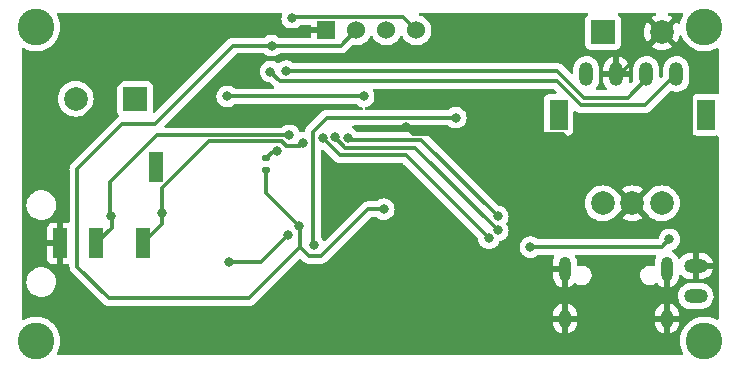
<source format=gbr>
%TF.GenerationSoftware,KiCad,Pcbnew,(6.0.2)*%
%TF.CreationDate,2022-03-18T21:37:06+08:00*%
%TF.ProjectId,Morse_code_PCB,4d6f7273-655f-4636-9f64-655f5043422e,rev?*%
%TF.SameCoordinates,Original*%
%TF.FileFunction,Copper,L2,Bot*%
%TF.FilePolarity,Positive*%
%FSLAX46Y46*%
G04 Gerber Fmt 4.6, Leading zero omitted, Abs format (unit mm)*
G04 Created by KiCad (PCBNEW (6.0.2)) date 2022-03-18 21:37:06*
%MOMM*%
%LPD*%
G01*
G04 APERTURE LIST*
G04 Aperture macros list*
%AMRoundRect*
0 Rectangle with rounded corners*
0 $1 Rounding radius*
0 $2 $3 $4 $5 $6 $7 $8 $9 X,Y pos of 4 corners*
0 Add a 4 corners polygon primitive as box body*
4,1,4,$2,$3,$4,$5,$6,$7,$8,$9,$2,$3,0*
0 Add four circle primitives for the rounded corners*
1,1,$1+$1,$2,$3*
1,1,$1+$1,$4,$5*
1,1,$1+$1,$6,$7*
1,1,$1+$1,$8,$9*
0 Add four rect primitives between the rounded corners*
20,1,$1+$1,$2,$3,$4,$5,0*
20,1,$1+$1,$4,$5,$6,$7,0*
20,1,$1+$1,$6,$7,$8,$9,0*
20,1,$1+$1,$8,$9,$2,$3,0*%
G04 Aperture macros list end*
%TA.AperFunction,ComponentPad*%
%ADD10R,2.000000X2.000000*%
%TD*%
%TA.AperFunction,ComponentPad*%
%ADD11C,2.000000*%
%TD*%
%TA.AperFunction,ComponentPad*%
%ADD12O,2.000000X1.200000*%
%TD*%
%TA.AperFunction,ComponentPad*%
%ADD13R,1.500000X2.500000*%
%TD*%
%TA.AperFunction,ComponentPad*%
%ADD14R,1.524000X1.524000*%
%TD*%
%TA.AperFunction,ComponentPad*%
%ADD15C,1.524000*%
%TD*%
%TA.AperFunction,ComponentPad*%
%ADD16O,1.000000X2.100000*%
%TD*%
%TA.AperFunction,ComponentPad*%
%ADD17O,1.000000X1.600000*%
%TD*%
%TA.AperFunction,SMDPad,CuDef*%
%ADD18RoundRect,0.135000X0.185000X-0.135000X0.185000X0.135000X-0.185000X0.135000X-0.185000X-0.135000X0*%
%TD*%
%TA.AperFunction,ComponentPad*%
%ADD19O,1.200000X2.000000*%
%TD*%
%TA.AperFunction,SMDPad,CuDef*%
%ADD20R,1.200000X2.500000*%
%TD*%
%TA.AperFunction,ViaPad*%
%ADD21C,3.100000*%
%TD*%
%TA.AperFunction,ViaPad*%
%ADD22C,0.800000*%
%TD*%
%TA.AperFunction,Conductor*%
%ADD23C,0.300000*%
%TD*%
G04 APERTURE END LIST*
D10*
%TO.P,BZ1,1,-*%
%TO.N,Net-(BZ1-Pad1)*%
X80070785Y-139800000D03*
D11*
%TO.P,BZ1,2,+*%
%TO.N,Net-(BZ1-Pad2)*%
X75070785Y-139800000D03*
%TD*%
D12*
%TO.P,J4,1,Pin_1*%
%TO.N,BAT_IN*%
X127560000Y-156500000D03*
%TO.P,J4,2,Pin_2*%
%TO.N,GND*%
X127560000Y-153960000D03*
%TD*%
D13*
%TO.P,SW1,6*%
%TO.N,N/C*%
X115950000Y-141150000D03*
%TO.P,SW1,7*%
X128450000Y-141150000D03*
D11*
%TO.P,SW1,A,A*%
%TO.N,Net-(C2-Pad1)*%
X119700000Y-148650000D03*
%TO.P,SW1,B,B*%
%TO.N,Net-(C3-Pad1)*%
X124700000Y-148650000D03*
%TO.P,SW1,C,C*%
%TO.N,GND*%
X122200000Y-148650000D03*
D10*
%TO.P,SW1,S1,S1*%
%TO.N,K1*%
X119700000Y-134150000D03*
D11*
%TO.P,SW1,S2,S2*%
%TO.N,GND*%
X124700000Y-134150000D03*
%TD*%
D14*
%TO.P,U2,1,GND*%
%TO.N,GND*%
X96295000Y-133995000D03*
D15*
%TO.P,U2,2,VCC*%
%TO.N,VCC*%
X98835000Y-133995000D03*
%TO.P,U2,3,SCL*%
%TO.N,IIC_SCL*%
X101375000Y-133995000D03*
%TO.P,U2,4,SDL*%
%TO.N,IIC_SDL*%
X103915000Y-133995000D03*
%TD*%
D16*
%TO.P,J1,S1,SHIELD*%
%TO.N,GND*%
X116480000Y-154230000D03*
X125120000Y-154230000D03*
D17*
X125120000Y-158410000D03*
X116480000Y-158410000D03*
%TD*%
D18*
%TO.P,R15,1*%
%TO.N,VCC*%
X91200000Y-145860000D03*
%TO.P,R15,2*%
%TO.N,Net-(R1-Pad2)*%
X91200000Y-144840000D03*
%TD*%
D19*
%TO.P,J5,1,Pin_1*%
%TO.N,VCC*%
X118290000Y-137700000D03*
%TO.P,J5,2,Pin_2*%
%TO.N,GND*%
X120830000Y-137700000D03*
%TO.P,J5,3,Pin_3*%
%TO.N,PWR_EN*%
X123370000Y-137700000D03*
%TO.P,J5,4,Pin_4*%
%TO.N,RUN_LED*%
X125910000Y-137700000D03*
%TD*%
D20*
%TO.P,J2,R1*%
%TO.N,TICK_A*%
X76755000Y-152050000D03*
%TO.P,J2,R2*%
%TO.N,GND*%
X73755000Y-152050000D03*
%TO.P,J2,S*%
%TO.N,unconnected-(J2-PadS)*%
X81855000Y-145550000D03*
%TO.P,J2,T*%
%TO.N,TICK_B*%
X80755000Y-152050000D03*
%TD*%
D21*
%TO.N,*%
X71700000Y-160300000D03*
X128300000Y-133700000D03*
X128300000Y-160300000D03*
X71700000Y-133700000D03*
D22*
%TO.N,GND*%
X101600000Y-146100000D03*
X103050000Y-142200000D03*
X98400000Y-152500000D03*
%TO.N,VCC*%
X91650000Y-135300000D03*
X101150000Y-149150000D03*
X94000000Y-150550000D03*
%TO.N,PWM*%
X88050000Y-153650000D03*
X93050000Y-151350000D03*
%TO.N,PWR_EN*%
X92900000Y-137450000D03*
%TO.N,Net-(D3-Pad1)*%
X113560000Y-152360000D03*
X125340000Y-151699500D03*
%TO.N,K1*%
X95200000Y-152150000D03*
X107250000Y-141400000D03*
%TO.N,TICK_B*%
X82400000Y-149450000D03*
X94309907Y-143518383D03*
%TO.N,TICK_A*%
X93150000Y-142900000D03*
X78050000Y-149750000D03*
%TO.N,Net-(R1-Pad2)*%
X92094815Y-144199500D03*
%TO.N,BAT_CHG_DET*%
X96004727Y-143155227D03*
X110050000Y-151600000D03*
%TO.N,IIC_SDL*%
X93400000Y-133000000D03*
%TO.N,MUTE*%
X87900000Y-139600000D03*
X99450000Y-139600000D03*
%TO.N,RUN_LED*%
X91550000Y-137500000D03*
%TO.N,RXD*%
X96998789Y-143051080D03*
X110800000Y-150950000D03*
%TO.N,TXD*%
X110800000Y-149750000D03*
X98103832Y-143096169D03*
%TD*%
D23*
%TO.N,GND*%
X125750000Y-150550000D02*
X127560000Y-152360000D01*
X73755000Y-143416763D02*
X83176763Y-133995000D01*
X83176763Y-133995000D02*
X96295000Y-133995000D01*
X100200000Y-152500000D02*
X98400000Y-152500000D01*
X103700000Y-148200000D02*
X103700000Y-149000000D01*
X127560000Y-152360000D02*
X127560000Y-153960000D01*
X103700000Y-149000000D02*
X100200000Y-152500000D01*
X124700000Y-134150000D02*
X127200000Y-136650000D01*
X121150000Y-137700000D02*
X124700000Y-134150000D01*
X122200000Y-148650000D02*
X124100000Y-150550000D01*
X101600000Y-146100000D02*
X103700000Y-148200000D01*
X127200000Y-136650000D02*
X127200000Y-143650000D01*
X73755000Y-152050000D02*
X73755000Y-143416763D01*
X98400000Y-152500000D02*
X104310000Y-158410000D01*
X120830000Y-137700000D02*
X121150000Y-137700000D01*
X127200000Y-143650000D02*
X122200000Y-148650000D01*
X116299511Y-142749511D02*
X122200000Y-148650000D01*
X103599511Y-142749511D02*
X116299511Y-142749511D01*
X103050000Y-142200000D02*
X103599511Y-142749511D01*
X124100000Y-150550000D02*
X125750000Y-150550000D01*
X104310000Y-158410000D02*
X116280000Y-158410000D01*
%TO.N,VCC*%
X88400000Y-135300000D02*
X91650000Y-135300000D01*
X75200000Y-145750000D02*
X79000000Y-141950000D01*
X77900000Y-156700000D02*
X75200000Y-154000000D01*
X94050000Y-152350000D02*
X89700000Y-156700000D01*
X79000000Y-141950000D02*
X81750000Y-141950000D01*
X81750000Y-141950000D02*
X88400000Y-135300000D01*
X94050000Y-152350000D02*
X94050000Y-150600000D01*
X99800000Y-149150000D02*
X95850000Y-153100000D01*
X97530000Y-135300000D02*
X98835000Y-133995000D01*
X89700000Y-156700000D02*
X77900000Y-156700000D01*
X91200000Y-147750000D02*
X91200000Y-145860000D01*
X94050000Y-150600000D02*
X94000000Y-150550000D01*
X95850000Y-153100000D02*
X94800000Y-153100000D01*
X94800000Y-153100000D02*
X94050000Y-152350000D01*
X101150000Y-149150000D02*
X99800000Y-149150000D01*
X94000000Y-150550000D02*
X91200000Y-147750000D01*
X75200000Y-154000000D02*
X75200000Y-145750000D01*
X91650000Y-135300000D02*
X97530000Y-135300000D01*
%TO.N,PWM*%
X90750000Y-153650000D02*
X88050000Y-153650000D01*
X93050000Y-151350000D02*
X90750000Y-153650000D01*
%TO.N,PWR_EN*%
X118100000Y-139700000D02*
X121800000Y-139700000D01*
X123370000Y-138130000D02*
X123370000Y-137700000D01*
X92900000Y-137450000D02*
X115850000Y-137450000D01*
X121800000Y-139700000D02*
X123370000Y-138130000D01*
X115850000Y-137450000D02*
X118100000Y-139700000D01*
%TO.N,Net-(D3-Pad1)*%
X113560000Y-152360000D02*
X124679500Y-152360000D01*
X124679500Y-152360000D02*
X125340000Y-151699500D01*
%TO.N,K1*%
X96350000Y-141400000D02*
X95150000Y-142600000D01*
X95150000Y-142600000D02*
X95150000Y-152150000D01*
X107250000Y-141400000D02*
X96350000Y-141400000D01*
%TO.N,TICK_B*%
X82400000Y-147350000D02*
X86350000Y-143400000D01*
X94028290Y-143800000D02*
X94309907Y-143518383D01*
X82400000Y-150405000D02*
X82400000Y-149450000D01*
X80755000Y-152050000D02*
X82400000Y-150405000D01*
X92500000Y-143400000D02*
X92900000Y-143800000D01*
X82400000Y-149450000D02*
X82400000Y-147350000D01*
X86350000Y-143400000D02*
X92500000Y-143400000D01*
X92900000Y-143800000D02*
X94028290Y-143800000D01*
%TO.N,TICK_A*%
X93150000Y-142900000D02*
X81955978Y-142900000D01*
X78100000Y-149800000D02*
X78050000Y-149750000D01*
X78005479Y-146850499D02*
X78005479Y-149705479D01*
X78100000Y-150705000D02*
X78100000Y-149800000D01*
X78005479Y-149705479D02*
X78050000Y-149750000D01*
X76755000Y-152050000D02*
X78100000Y-150705000D01*
X81955978Y-142900000D02*
X78005479Y-146850499D01*
%TO.N,Net-(R1-Pad2)*%
X91840500Y-144199500D02*
X92094815Y-144199500D01*
X91200000Y-144840000D02*
X91840500Y-144199500D01*
%TO.N,BAT_CHG_DET*%
X110050000Y-151600000D02*
X103050000Y-144600000D01*
X97449500Y-144600000D02*
X96004727Y-143155227D01*
X103050000Y-144600000D02*
X97449500Y-144600000D01*
%TO.N,IIC_SDL*%
X93516511Y-132883489D02*
X102803489Y-132883489D01*
X102803489Y-132883489D02*
X103915000Y-133995000D01*
X93400000Y-133000000D02*
X93516511Y-132883489D01*
%TO.N,MUTE*%
X87900000Y-139600000D02*
X99450000Y-139600000D01*
%TO.N,RUN_LED*%
X117849022Y-140350000D02*
X123260000Y-140350000D01*
X91550000Y-137500000D02*
X92350000Y-138300000D01*
X115799022Y-138300000D02*
X117849022Y-140350000D01*
X92350000Y-138300000D02*
X115799022Y-138300000D01*
X123260000Y-140350000D02*
X125910000Y-137700000D01*
%TO.N,RXD*%
X103800000Y-143950000D02*
X97897709Y-143950000D01*
X110800000Y-150950000D02*
X103800000Y-143950000D01*
X97897709Y-143950000D02*
X96998789Y-143051080D01*
%TO.N,TXD*%
X110800000Y-149750000D02*
X104299022Y-143249022D01*
X104299022Y-143249022D02*
X98256685Y-143249022D01*
X98256685Y-143249022D02*
X98103832Y-143096169D01*
%TD*%
%TA.AperFunction,Conductor*%
%TO.N,GND*%
G36*
X92499305Y-132528002D02*
G01*
X92545798Y-132581658D01*
X92555902Y-132651932D01*
X92551019Y-132672929D01*
X92506458Y-132810072D01*
X92505768Y-132816633D01*
X92505768Y-132816635D01*
X92495185Y-132917330D01*
X92486496Y-133000000D01*
X92487186Y-133006565D01*
X92497562Y-133105283D01*
X92506458Y-133189928D01*
X92565473Y-133371556D01*
X92660960Y-133536944D01*
X92665378Y-133541851D01*
X92665379Y-133541852D01*
X92784325Y-133673955D01*
X92788747Y-133678866D01*
X92943248Y-133791118D01*
X92949276Y-133793802D01*
X92949278Y-133793803D01*
X93111681Y-133866109D01*
X93117712Y-133868794D01*
X93211112Y-133888647D01*
X93298056Y-133907128D01*
X93298061Y-133907128D01*
X93304513Y-133908500D01*
X93495487Y-133908500D01*
X93501939Y-133907128D01*
X93501944Y-133907128D01*
X93588888Y-133888647D01*
X93682288Y-133868794D01*
X93688319Y-133866109D01*
X93850722Y-133793803D01*
X93850724Y-133793802D01*
X93856752Y-133791118D01*
X94011253Y-133678866D01*
X94096961Y-133583677D01*
X94157404Y-133546439D01*
X94190595Y-133541989D01*
X94899000Y-133541989D01*
X94967121Y-133561991D01*
X95013614Y-133615647D01*
X95025000Y-133667989D01*
X95025000Y-133722885D01*
X95029475Y-133738124D01*
X95030865Y-133739329D01*
X95038548Y-133741000D01*
X96423000Y-133741000D01*
X96491121Y-133761002D01*
X96537614Y-133814658D01*
X96549000Y-133867000D01*
X96549000Y-134123000D01*
X96528998Y-134191121D01*
X96475342Y-134237614D01*
X96423000Y-134249000D01*
X95043116Y-134249000D01*
X95027877Y-134253475D01*
X95026672Y-134254865D01*
X95025001Y-134262548D01*
X95025001Y-134515500D01*
X95004999Y-134583621D01*
X94951343Y-134630114D01*
X94899001Y-134641500D01*
X92330224Y-134641500D01*
X92262103Y-134621498D01*
X92256163Y-134617436D01*
X92112094Y-134512763D01*
X92112093Y-134512762D01*
X92106752Y-134508882D01*
X92100724Y-134506198D01*
X92100722Y-134506197D01*
X91938319Y-134433891D01*
X91938318Y-134433891D01*
X91932288Y-134431206D01*
X91838888Y-134411353D01*
X91751944Y-134392872D01*
X91751939Y-134392872D01*
X91745487Y-134391500D01*
X91554513Y-134391500D01*
X91548061Y-134392872D01*
X91548056Y-134392872D01*
X91461112Y-134411353D01*
X91367712Y-134431206D01*
X91361682Y-134433891D01*
X91361681Y-134433891D01*
X91199278Y-134506197D01*
X91199276Y-134506198D01*
X91193248Y-134508882D01*
X91187907Y-134512762D01*
X91187906Y-134512763D01*
X91043837Y-134617436D01*
X90976969Y-134641294D01*
X90969776Y-134641500D01*
X88482056Y-134641500D01*
X88470200Y-134640941D01*
X88470197Y-134640941D01*
X88462463Y-134639212D01*
X88407446Y-134640941D01*
X88391631Y-134641438D01*
X88387673Y-134641500D01*
X88358568Y-134641500D01*
X88354168Y-134642056D01*
X88342336Y-134642988D01*
X88296169Y-134644438D01*
X88275579Y-134650420D01*
X88256218Y-134654430D01*
X88249230Y-134655312D01*
X88242796Y-134656125D01*
X88242795Y-134656125D01*
X88234936Y-134657118D01*
X88227571Y-134660034D01*
X88227567Y-134660035D01*
X88191979Y-134674126D01*
X88180769Y-134677965D01*
X88136400Y-134690855D01*
X88117943Y-134701771D01*
X88100193Y-134710466D01*
X88080244Y-134718365D01*
X88073833Y-134723023D01*
X88073831Y-134723024D01*
X88042864Y-134745523D01*
X88032946Y-134752038D01*
X87993193Y-134775548D01*
X87978032Y-134790709D01*
X87963000Y-134803548D01*
X87945643Y-134816159D01*
X87916193Y-134851758D01*
X87908203Y-134860538D01*
X81790686Y-140978054D01*
X81728374Y-141012080D01*
X81657559Y-141007015D01*
X81600723Y-140964468D01*
X81575912Y-140897948D01*
X81576328Y-140875350D01*
X81576426Y-140874453D01*
X81579285Y-140848134D01*
X81579285Y-138751866D01*
X81572530Y-138689684D01*
X81521400Y-138553295D01*
X81434046Y-138436739D01*
X81317490Y-138349385D01*
X81181101Y-138298255D01*
X81118919Y-138291500D01*
X79022651Y-138291500D01*
X78960469Y-138298255D01*
X78824080Y-138349385D01*
X78707524Y-138436739D01*
X78620170Y-138553295D01*
X78569040Y-138689684D01*
X78562285Y-138751866D01*
X78562285Y-140848134D01*
X78569040Y-140910316D01*
X78620170Y-141046705D01*
X78707524Y-141163261D01*
X78713719Y-141167904D01*
X78747448Y-141229672D01*
X78742383Y-141300487D01*
X78699836Y-141357323D01*
X78686630Y-141365837D01*
X78680244Y-141368365D01*
X78645738Y-141393435D01*
X78642874Y-141395516D01*
X78632952Y-141402033D01*
X78600023Y-141421507D01*
X78600019Y-141421510D01*
X78593193Y-141425547D01*
X78578029Y-141440711D01*
X78562996Y-141453551D01*
X78545643Y-141466159D01*
X78516198Y-141501752D01*
X78508208Y-141510532D01*
X74792395Y-145226345D01*
X74783615Y-145234335D01*
X74783613Y-145234337D01*
X74776920Y-145238584D01*
X74771494Y-145244362D01*
X74771493Y-145244363D01*
X74728396Y-145290257D01*
X74725641Y-145293099D01*
X74705073Y-145313667D01*
X74702356Y-145317170D01*
X74694648Y-145326195D01*
X74663028Y-145359867D01*
X74659207Y-145366818D01*
X74659206Y-145366819D01*
X74652697Y-145378658D01*
X74641843Y-145395182D01*
X74634018Y-145405271D01*
X74628696Y-145412132D01*
X74625549Y-145419404D01*
X74625548Y-145419406D01*
X74610346Y-145454535D01*
X74605124Y-145465195D01*
X74582876Y-145505663D01*
X74577541Y-145526441D01*
X74571142Y-145545131D01*
X74562620Y-145564824D01*
X74561380Y-145572655D01*
X74555394Y-145610448D01*
X74552987Y-145622071D01*
X74548347Y-145640145D01*
X74541500Y-145666812D01*
X74541500Y-145688259D01*
X74539949Y-145707969D01*
X74536594Y-145729152D01*
X74537340Y-145737043D01*
X74540941Y-145775138D01*
X74541500Y-145786996D01*
X74541500Y-150166672D01*
X74521498Y-150234793D01*
X74467842Y-150281286D01*
X74408688Y-150292488D01*
X74399675Y-150292000D01*
X74027115Y-150292000D01*
X74011876Y-150296475D01*
X74010671Y-150297865D01*
X74009000Y-150305548D01*
X74009000Y-153789884D01*
X74013475Y-153805123D01*
X74014865Y-153806328D01*
X74022548Y-153807999D01*
X74399673Y-153807999D01*
X74407226Y-153807590D01*
X74476329Y-153823880D01*
X74525655Y-153874943D01*
X74537967Y-153937576D01*
X74539212Y-153937537D01*
X74539394Y-153943320D01*
X74539461Y-153945460D01*
X74541438Y-154008369D01*
X74541500Y-154012327D01*
X74541500Y-154041432D01*
X74542056Y-154045832D01*
X74542988Y-154057664D01*
X74544438Y-154103831D01*
X74546650Y-154111444D01*
X74546650Y-154111445D01*
X74550419Y-154124416D01*
X74554430Y-154143782D01*
X74557118Y-154165064D01*
X74560034Y-154172429D01*
X74560035Y-154172433D01*
X74574126Y-154208021D01*
X74577965Y-154219231D01*
X74590855Y-154263600D01*
X74601775Y-154282065D01*
X74610466Y-154299805D01*
X74618365Y-154319756D01*
X74645516Y-154357126D01*
X74652033Y-154367048D01*
X74671507Y-154399977D01*
X74671510Y-154399981D01*
X74675547Y-154406807D01*
X74690711Y-154421971D01*
X74703551Y-154437004D01*
X74716159Y-154454357D01*
X74751752Y-154483802D01*
X74760532Y-154491792D01*
X77376345Y-157107605D01*
X77384335Y-157116385D01*
X77388584Y-157123080D01*
X77394362Y-157128506D01*
X77394363Y-157128507D01*
X77440257Y-157171604D01*
X77443099Y-157174359D01*
X77463667Y-157194927D01*
X77467170Y-157197644D01*
X77476195Y-157205352D01*
X77509867Y-157236972D01*
X77516818Y-157240793D01*
X77516819Y-157240794D01*
X77528658Y-157247303D01*
X77545182Y-157258157D01*
X77555271Y-157265982D01*
X77562132Y-157271304D01*
X77569404Y-157274451D01*
X77569406Y-157274452D01*
X77604535Y-157289654D01*
X77615195Y-157294876D01*
X77645168Y-157311354D01*
X77655663Y-157317124D01*
X77676441Y-157322459D01*
X77695131Y-157328858D01*
X77714824Y-157337380D01*
X77749563Y-157342882D01*
X77760448Y-157344606D01*
X77772071Y-157347013D01*
X77796754Y-157353350D01*
X77816812Y-157358500D01*
X77838259Y-157358500D01*
X77857969Y-157360051D01*
X77879152Y-157363406D01*
X77925141Y-157359059D01*
X77936996Y-157358500D01*
X89617944Y-157358500D01*
X89629800Y-157359059D01*
X89629803Y-157359059D01*
X89637537Y-157360788D01*
X89708369Y-157358562D01*
X89712327Y-157358500D01*
X89741432Y-157358500D01*
X89745832Y-157357944D01*
X89757664Y-157357012D01*
X89803831Y-157355562D01*
X89824421Y-157349580D01*
X89843782Y-157345570D01*
X89851416Y-157344606D01*
X89857204Y-157343875D01*
X89857205Y-157343875D01*
X89865064Y-157342882D01*
X89872429Y-157339966D01*
X89872433Y-157339965D01*
X89908021Y-157325874D01*
X89919231Y-157322035D01*
X89963600Y-157309145D01*
X89982065Y-157298225D01*
X89999805Y-157289534D01*
X90019756Y-157281635D01*
X90057129Y-157254482D01*
X90067048Y-157247967D01*
X90099977Y-157228493D01*
X90099981Y-157228490D01*
X90106807Y-157224453D01*
X90121971Y-157209289D01*
X90137005Y-157196448D01*
X90154357Y-157183841D01*
X90183803Y-157148247D01*
X90191792Y-157139468D01*
X90885656Y-156445604D01*
X126047787Y-156445604D01*
X126057567Y-156656899D01*
X126107125Y-156862534D01*
X126109607Y-156867992D01*
X126109608Y-156867996D01*
X126153053Y-156963546D01*
X126194674Y-157055087D01*
X126263473Y-157152076D01*
X126294949Y-157196448D01*
X126317054Y-157227611D01*
X126416131Y-157322456D01*
X126453848Y-157358562D01*
X126469850Y-157373881D01*
X126647548Y-157488620D01*
X126653114Y-157490863D01*
X126838168Y-157565442D01*
X126838171Y-157565443D01*
X126843737Y-157567686D01*
X127051337Y-157608228D01*
X127056899Y-157608500D01*
X128012846Y-157608500D01*
X128170566Y-157593452D01*
X128373534Y-157533908D01*
X128457111Y-157490863D01*
X128556249Y-157439804D01*
X128556252Y-157439802D01*
X128561580Y-157437058D01*
X128727920Y-157306396D01*
X128731852Y-157301865D01*
X128731855Y-157301862D01*
X128862621Y-157151167D01*
X128866552Y-157146637D01*
X128869552Y-157141451D01*
X128869555Y-157141447D01*
X128969467Y-156968742D01*
X128972473Y-156963546D01*
X129041861Y-156763729D01*
X129072213Y-156554396D01*
X129062433Y-156343101D01*
X129030819Y-156211923D01*
X129014281Y-156143299D01*
X129014280Y-156143297D01*
X129012875Y-156137466D01*
X128969525Y-156042122D01*
X128939944Y-155977064D01*
X128925326Y-155944913D01*
X128802946Y-155772389D01*
X128650150Y-155626119D01*
X128472452Y-155511380D01*
X128377241Y-155473009D01*
X128281832Y-155434558D01*
X128281829Y-155434557D01*
X128276263Y-155432314D01*
X128068663Y-155391772D01*
X128063101Y-155391500D01*
X127107154Y-155391500D01*
X126949434Y-155406548D01*
X126746466Y-155466092D01*
X126741139Y-155468836D01*
X126741138Y-155468836D01*
X126563751Y-155560196D01*
X126563748Y-155560198D01*
X126558420Y-155562942D01*
X126392080Y-155693604D01*
X126388148Y-155698135D01*
X126388145Y-155698138D01*
X126319474Y-155777275D01*
X126253448Y-155853363D01*
X126250448Y-155858549D01*
X126250445Y-155858553D01*
X126218721Y-155913390D01*
X126147527Y-156036454D01*
X126078139Y-156236271D01*
X126077278Y-156242206D01*
X126077278Y-156242208D01*
X126050346Y-156427957D01*
X126047787Y-156445604D01*
X90885656Y-156445604D01*
X92504603Y-154826657D01*
X115472000Y-154826657D01*
X115472301Y-154832805D01*
X115485812Y-154970603D01*
X115488195Y-154982638D01*
X115541767Y-155160076D01*
X115546441Y-155171416D01*
X115633460Y-155335077D01*
X115640249Y-155345294D01*
X115757397Y-155488933D01*
X115766041Y-155497637D01*
X115908856Y-155615784D01*
X115919027Y-155622644D01*
X116082076Y-155710804D01*
X116093381Y-155715556D01*
X116208692Y-155751250D01*
X116222795Y-155751456D01*
X116226000Y-155744701D01*
X116226000Y-154502115D01*
X116221525Y-154486876D01*
X116220135Y-154485671D01*
X116212452Y-154484000D01*
X115490115Y-154484000D01*
X115474876Y-154488475D01*
X115473671Y-154489865D01*
X115472000Y-154497548D01*
X115472000Y-154826657D01*
X92504603Y-154826657D01*
X93960905Y-153370355D01*
X94023217Y-153336329D01*
X94094032Y-153341394D01*
X94139095Y-153370355D01*
X94276345Y-153507605D01*
X94284335Y-153516385D01*
X94288584Y-153523080D01*
X94294362Y-153528506D01*
X94294363Y-153528507D01*
X94340257Y-153571604D01*
X94343099Y-153574359D01*
X94363667Y-153594927D01*
X94367170Y-153597644D01*
X94376195Y-153605352D01*
X94409867Y-153636972D01*
X94416818Y-153640793D01*
X94416819Y-153640794D01*
X94428658Y-153647303D01*
X94445182Y-153658157D01*
X94451763Y-153663261D01*
X94462132Y-153671304D01*
X94486006Y-153681635D01*
X94504536Y-153689654D01*
X94515181Y-153694869D01*
X94555663Y-153717124D01*
X94563337Y-153719094D01*
X94563344Y-153719097D01*
X94576426Y-153722455D01*
X94595134Y-153728860D01*
X94614823Y-153737380D01*
X94622649Y-153738619D01*
X94622651Y-153738620D01*
X94647159Y-153742501D01*
X94660459Y-153744608D01*
X94672070Y-153747012D01*
X94703107Y-153754981D01*
X94709135Y-153756529D01*
X94709136Y-153756529D01*
X94716812Y-153758500D01*
X94738258Y-153758500D01*
X94757968Y-153760051D01*
X94771322Y-153762166D01*
X94771323Y-153762166D01*
X94779152Y-153763406D01*
X94825141Y-153759059D01*
X94836996Y-153758500D01*
X95767944Y-153758500D01*
X95779800Y-153759059D01*
X95779803Y-153759059D01*
X95787537Y-153760788D01*
X95858369Y-153758562D01*
X95862327Y-153758500D01*
X95891432Y-153758500D01*
X95895832Y-153757944D01*
X95907664Y-153757012D01*
X95953831Y-153755562D01*
X95974421Y-153749580D01*
X95993782Y-153745570D01*
X96001408Y-153744607D01*
X96007204Y-153743875D01*
X96007205Y-153743875D01*
X96015064Y-153742882D01*
X96022429Y-153739966D01*
X96022433Y-153739965D01*
X96058021Y-153725874D01*
X96069231Y-153722035D01*
X96113600Y-153709145D01*
X96132065Y-153698225D01*
X96149805Y-153689534D01*
X96169756Y-153681635D01*
X96207129Y-153654482D01*
X96217048Y-153647967D01*
X96249977Y-153628493D01*
X96249981Y-153628490D01*
X96256807Y-153624453D01*
X96271971Y-153609289D01*
X96287005Y-153596448D01*
X96304357Y-153583841D01*
X96333803Y-153548247D01*
X96341792Y-153539468D01*
X100035855Y-149845405D01*
X100098167Y-149811379D01*
X100124950Y-149808500D01*
X100469776Y-149808500D01*
X100537897Y-149828502D01*
X100543834Y-149832562D01*
X100561511Y-149845405D01*
X100675134Y-149927957D01*
X100693248Y-149941118D01*
X100699276Y-149943802D01*
X100699278Y-149943803D01*
X100861681Y-150016109D01*
X100867712Y-150018794D01*
X100944402Y-150035095D01*
X101048056Y-150057128D01*
X101048061Y-150057128D01*
X101054513Y-150058500D01*
X101245487Y-150058500D01*
X101251939Y-150057128D01*
X101251944Y-150057128D01*
X101355598Y-150035095D01*
X101432288Y-150018794D01*
X101438319Y-150016109D01*
X101600722Y-149943803D01*
X101600724Y-149943802D01*
X101606752Y-149941118D01*
X101624867Y-149927957D01*
X101738489Y-149845405D01*
X101761253Y-149828866D01*
X101826353Y-149756565D01*
X101884621Y-149691852D01*
X101884622Y-149691851D01*
X101889040Y-149686944D01*
X101974216Y-149539416D01*
X101981223Y-149527279D01*
X101981224Y-149527278D01*
X101984527Y-149521556D01*
X102043542Y-149339928D01*
X102044335Y-149332389D01*
X102062814Y-149156565D01*
X102063504Y-149150000D01*
X102054330Y-149062715D01*
X102044232Y-148966635D01*
X102044232Y-148966633D01*
X102043542Y-148960072D01*
X101984527Y-148778444D01*
X101889040Y-148613056D01*
X101822038Y-148538642D01*
X101765675Y-148476045D01*
X101765674Y-148476044D01*
X101761253Y-148471134D01*
X101606752Y-148358882D01*
X101600724Y-148356198D01*
X101600722Y-148356197D01*
X101438319Y-148283891D01*
X101438318Y-148283891D01*
X101432288Y-148281206D01*
X101338888Y-148261353D01*
X101251944Y-148242872D01*
X101251939Y-148242872D01*
X101245487Y-148241500D01*
X101054513Y-148241500D01*
X101048061Y-148242872D01*
X101048056Y-148242872D01*
X100961112Y-148261353D01*
X100867712Y-148281206D01*
X100861682Y-148283891D01*
X100861681Y-148283891D01*
X100699278Y-148356197D01*
X100699276Y-148356198D01*
X100693248Y-148358882D01*
X100687907Y-148362762D01*
X100687906Y-148362763D01*
X100624988Y-148408476D01*
X100544092Y-148467251D01*
X100543837Y-148467436D01*
X100476969Y-148491294D01*
X100469776Y-148491500D01*
X99882060Y-148491500D01*
X99870203Y-148490941D01*
X99862463Y-148489211D01*
X99854538Y-148489460D01*
X99854537Y-148489460D01*
X99791599Y-148491438D01*
X99787641Y-148491500D01*
X99758568Y-148491500D01*
X99754634Y-148491997D01*
X99754632Y-148491997D01*
X99754189Y-148492053D01*
X99742354Y-148492985D01*
X99709564Y-148494016D01*
X99704089Y-148494188D01*
X99704088Y-148494188D01*
X99696169Y-148494437D01*
X99676444Y-148500168D01*
X99675571Y-148500421D01*
X99656218Y-148504429D01*
X99652743Y-148504868D01*
X99634936Y-148507118D01*
X99627568Y-148510035D01*
X99627565Y-148510036D01*
X99591982Y-148524125D01*
X99580747Y-148527971D01*
X99544016Y-148538642D01*
X99544013Y-148538643D01*
X99536400Y-148540855D01*
X99517935Y-148551775D01*
X99500195Y-148560466D01*
X99480244Y-148568365D01*
X99442874Y-148595516D01*
X99432952Y-148602033D01*
X99400023Y-148621507D01*
X99400019Y-148621510D01*
X99393193Y-148625547D01*
X99378029Y-148640711D01*
X99362996Y-148653551D01*
X99345643Y-148666159D01*
X99316198Y-148701752D01*
X99308208Y-148710532D01*
X96225955Y-151792785D01*
X96163643Y-151826811D01*
X96092828Y-151821746D01*
X96035992Y-151779199D01*
X96027741Y-151766690D01*
X95948168Y-151628866D01*
X95939040Y-151613056D01*
X95840864Y-151504020D01*
X95810146Y-151440013D01*
X95808500Y-151419710D01*
X95808500Y-144194450D01*
X95828502Y-144126329D01*
X95882158Y-144079836D01*
X95952432Y-144069732D01*
X96017012Y-144099226D01*
X96023595Y-144105355D01*
X96925845Y-145007605D01*
X96933835Y-145016385D01*
X96938084Y-145023080D01*
X96943862Y-145028506D01*
X96943863Y-145028507D01*
X96989757Y-145071604D01*
X96992599Y-145074359D01*
X97013167Y-145094927D01*
X97016670Y-145097644D01*
X97025695Y-145105352D01*
X97059367Y-145136972D01*
X97066318Y-145140793D01*
X97066319Y-145140794D01*
X97078158Y-145147303D01*
X97094682Y-145158157D01*
X97104771Y-145165982D01*
X97111632Y-145171304D01*
X97118904Y-145174451D01*
X97118906Y-145174452D01*
X97154035Y-145189654D01*
X97164696Y-145194876D01*
X97205163Y-145217124D01*
X97225941Y-145222459D01*
X97244631Y-145228858D01*
X97264324Y-145237380D01*
X97308096Y-145244313D01*
X97309948Y-145244606D01*
X97321571Y-145247013D01*
X97349572Y-145254202D01*
X97366312Y-145258500D01*
X97387759Y-145258500D01*
X97407469Y-145260051D01*
X97428652Y-145263406D01*
X97474641Y-145259059D01*
X97486496Y-145258500D01*
X102725050Y-145258500D01*
X102793171Y-145278502D01*
X102814145Y-145295405D01*
X109107030Y-151588290D01*
X109141056Y-151650602D01*
X109143244Y-151664211D01*
X109156458Y-151789928D01*
X109215473Y-151971556D01*
X109310960Y-152136944D01*
X109315378Y-152141851D01*
X109315379Y-152141852D01*
X109400550Y-152236444D01*
X109438747Y-152278866D01*
X109593248Y-152391118D01*
X109599276Y-152393802D01*
X109599278Y-152393803D01*
X109761681Y-152466109D01*
X109767712Y-152468794D01*
X109852127Y-152486737D01*
X109948056Y-152507128D01*
X109948061Y-152507128D01*
X109954513Y-152508500D01*
X110145487Y-152508500D01*
X110151939Y-152507128D01*
X110151944Y-152507128D01*
X110247873Y-152486737D01*
X110332288Y-152468794D01*
X110338319Y-152466109D01*
X110500722Y-152393803D01*
X110500724Y-152393802D01*
X110506752Y-152391118D01*
X110549582Y-152360000D01*
X112646496Y-152360000D01*
X112647186Y-152366565D01*
X112661960Y-152507128D01*
X112666458Y-152549928D01*
X112725473Y-152731556D01*
X112820960Y-152896944D01*
X112825378Y-152901851D01*
X112825379Y-152901852D01*
X112937128Y-153025962D01*
X112948747Y-153038866D01*
X113103248Y-153151118D01*
X113109276Y-153153802D01*
X113109278Y-153153803D01*
X113221244Y-153203653D01*
X113277712Y-153228794D01*
X113371112Y-153248647D01*
X113458056Y-153267128D01*
X113458061Y-153267128D01*
X113464513Y-153268500D01*
X113655487Y-153268500D01*
X113661939Y-153267128D01*
X113661944Y-153267128D01*
X113748888Y-153248647D01*
X113842288Y-153228794D01*
X113898756Y-153203653D01*
X114010722Y-153153803D01*
X114010724Y-153153802D01*
X114016752Y-153151118D01*
X114166163Y-153042564D01*
X114233031Y-153018706D01*
X114240224Y-153018500D01*
X115480278Y-153018500D01*
X115548399Y-153038502D01*
X115594892Y-153092158D01*
X115604996Y-153162432D01*
X115590692Y-153205201D01*
X115551998Y-153275585D01*
X115547166Y-153286858D01*
X115491120Y-153463538D01*
X115488570Y-153475532D01*
X115472393Y-153619761D01*
X115472000Y-153626785D01*
X115472000Y-153957885D01*
X115476475Y-153973124D01*
X115477865Y-153974329D01*
X115485548Y-153976000D01*
X116608000Y-153976000D01*
X116676121Y-153996002D01*
X116722614Y-154049658D01*
X116734000Y-154102000D01*
X116734000Y-155737924D01*
X116737973Y-155751455D01*
X116745768Y-155752575D01*
X116853521Y-155720862D01*
X116864889Y-155716269D01*
X117029154Y-155630393D01*
X117039415Y-155623679D01*
X117183873Y-155507532D01*
X117192632Y-155498954D01*
X117237000Y-155446079D01*
X117296110Y-155406752D01*
X117367098Y-155405626D01*
X117410048Y-155426972D01*
X117475678Y-155477150D01*
X117549085Y-155511380D01*
X117633631Y-155550805D01*
X117633634Y-155550806D01*
X117639808Y-155553685D01*
X117646456Y-155555171D01*
X117646459Y-155555172D01*
X117752421Y-155578857D01*
X117816543Y-155593190D01*
X117822088Y-155593500D01*
X117955244Y-155593500D01*
X118090037Y-155578857D01*
X118208190Y-155539094D01*
X118255204Y-155523272D01*
X118255206Y-155523271D01*
X118261675Y-155521094D01*
X118416905Y-155427823D01*
X118421862Y-155423135D01*
X118421865Y-155423133D01*
X118543527Y-155308082D01*
X118543529Y-155308080D01*
X118548485Y-155303393D01*
X118552317Y-155297755D01*
X118552320Y-155297751D01*
X118646442Y-155159255D01*
X118650277Y-155153612D01*
X118717530Y-154985466D01*
X118718644Y-154978738D01*
X118718645Y-154978734D01*
X118745993Y-154813539D01*
X118745993Y-154813536D01*
X118747108Y-154806802D01*
X118742203Y-154713198D01*
X118737987Y-154632766D01*
X118737630Y-154625953D01*
X118733478Y-154610877D01*
X118691352Y-154457941D01*
X118689539Y-154451359D01*
X118605078Y-154291164D01*
X118600673Y-154285951D01*
X118600670Y-154285947D01*
X118492594Y-154158057D01*
X118492590Y-154158053D01*
X118488187Y-154152843D01*
X118482762Y-154148695D01*
X118349743Y-154046994D01*
X118349739Y-154046991D01*
X118344322Y-154042850D01*
X118200962Y-153976000D01*
X118186369Y-153969195D01*
X118186366Y-153969194D01*
X118180192Y-153966315D01*
X118173544Y-153964829D01*
X118173541Y-153964828D01*
X118008494Y-153927936D01*
X118008495Y-153927936D01*
X118003457Y-153926810D01*
X117997912Y-153926500D01*
X117864756Y-153926500D01*
X117861359Y-153926869D01*
X117851537Y-153927936D01*
X117729963Y-153941143D01*
X117723499Y-153943318D01*
X117723496Y-153943319D01*
X117660633Y-153964475D01*
X117655167Y-153966315D01*
X117654189Y-153966644D01*
X117583247Y-153969414D01*
X117522068Y-153933391D01*
X117490077Y-153870010D01*
X117488000Y-153847225D01*
X117488000Y-153633343D01*
X117487699Y-153627195D01*
X117474188Y-153489397D01*
X117471805Y-153477362D01*
X117418233Y-153299924D01*
X117413559Y-153288584D01*
X117368401Y-153203653D01*
X117354082Y-153134115D01*
X117379630Y-153067875D01*
X117436935Y-153025962D01*
X117479653Y-153018500D01*
X124120278Y-153018500D01*
X124188399Y-153038502D01*
X124234892Y-153092158D01*
X124244996Y-153162432D01*
X124230692Y-153205201D01*
X124191998Y-153275585D01*
X124187166Y-153286858D01*
X124131120Y-153463538D01*
X124128570Y-153475532D01*
X124112393Y-153619761D01*
X124112000Y-153626785D01*
X124112000Y-153842974D01*
X124091998Y-153911095D01*
X124038342Y-153957588D01*
X123968068Y-153967692D01*
X123958514Y-153965939D01*
X123788506Y-153927938D01*
X123788499Y-153927937D01*
X123783457Y-153926810D01*
X123777912Y-153926500D01*
X123644756Y-153926500D01*
X123641359Y-153926869D01*
X123631537Y-153927936D01*
X123509963Y-153941143D01*
X123391810Y-153980906D01*
X123344796Y-153996728D01*
X123344794Y-153996729D01*
X123338325Y-153998906D01*
X123183095Y-154092177D01*
X123178138Y-154096865D01*
X123178135Y-154096867D01*
X123056473Y-154211918D01*
X123051515Y-154216607D01*
X123047683Y-154222245D01*
X123047680Y-154222249D01*
X122953558Y-154360745D01*
X122949723Y-154366388D01*
X122882470Y-154534534D01*
X122881356Y-154541262D01*
X122881355Y-154541266D01*
X122854007Y-154706461D01*
X122852892Y-154713198D01*
X122853249Y-154720015D01*
X122853249Y-154720019D01*
X122859550Y-154840239D01*
X122862370Y-154894047D01*
X122864181Y-154900620D01*
X122864181Y-154900623D01*
X122899364Y-155028355D01*
X122910461Y-155068641D01*
X122994922Y-155228836D01*
X122999327Y-155234049D01*
X122999330Y-155234053D01*
X123107406Y-155361943D01*
X123107410Y-155361947D01*
X123111813Y-155367157D01*
X123117237Y-155371304D01*
X123117238Y-155371305D01*
X123250257Y-155473006D01*
X123250261Y-155473009D01*
X123255678Y-155477150D01*
X123329085Y-155511380D01*
X123413631Y-155550805D01*
X123413634Y-155550806D01*
X123419808Y-155553685D01*
X123426456Y-155555171D01*
X123426459Y-155555172D01*
X123532421Y-155578857D01*
X123596543Y-155593190D01*
X123602088Y-155593500D01*
X123735244Y-155593500D01*
X123870037Y-155578857D01*
X123988190Y-155539094D01*
X124035204Y-155523272D01*
X124035206Y-155523271D01*
X124041675Y-155521094D01*
X124193651Y-155429778D01*
X124193654Y-155429777D01*
X124196905Y-155427823D01*
X124197255Y-155428406D01*
X124258917Y-155404935D01*
X124328391Y-155419561D01*
X124366391Y-155450915D01*
X124397397Y-155488933D01*
X124406041Y-155497637D01*
X124548856Y-155615784D01*
X124559027Y-155622644D01*
X124722076Y-155710804D01*
X124733381Y-155715556D01*
X124848692Y-155751250D01*
X124862795Y-155751456D01*
X124866000Y-155744701D01*
X124866000Y-154102000D01*
X124886002Y-154033879D01*
X124939658Y-153987386D01*
X124992000Y-153976000D01*
X125248000Y-153976000D01*
X125316121Y-153996002D01*
X125362614Y-154049658D01*
X125374000Y-154102000D01*
X125374000Y-155737924D01*
X125377973Y-155751455D01*
X125385768Y-155752575D01*
X125493521Y-155720862D01*
X125504889Y-155716269D01*
X125669154Y-155630393D01*
X125679415Y-155623679D01*
X125823873Y-155507532D01*
X125832632Y-155498954D01*
X125951778Y-155356961D01*
X125958708Y-155346841D01*
X126048002Y-155184415D01*
X126052834Y-155173142D01*
X126108880Y-154996462D01*
X126111430Y-154984468D01*
X126127607Y-154840239D01*
X126128000Y-154833215D01*
X126128000Y-154800986D01*
X126148002Y-154732865D01*
X126201658Y-154686372D01*
X126271932Y-154676268D01*
X126341131Y-154709968D01*
X126465831Y-154829342D01*
X126475196Y-154836738D01*
X126642741Y-154944921D01*
X126653345Y-154950417D01*
X126838312Y-155024961D01*
X126849770Y-155028355D01*
X127046928Y-155066857D01*
X127055791Y-155067934D01*
X127058500Y-155068000D01*
X127287885Y-155068000D01*
X127303124Y-155063525D01*
X127304329Y-155062135D01*
X127306000Y-155054452D01*
X127306000Y-155049885D01*
X127814000Y-155049885D01*
X127818475Y-155065124D01*
X127819865Y-155066329D01*
X127827548Y-155068000D01*
X128009832Y-155068000D01*
X128015808Y-155067715D01*
X128164494Y-155053529D01*
X128176228Y-155051270D01*
X128367599Y-154995128D01*
X128378675Y-154990698D01*
X128555978Y-154899381D01*
X128566024Y-154892931D01*
X128722857Y-154769738D01*
X128731506Y-154761501D01*
X128862212Y-154610877D01*
X128869147Y-154601153D01*
X128969010Y-154428533D01*
X128973984Y-154417669D01*
X129039407Y-154229273D01*
X129039648Y-154228284D01*
X129038180Y-154217992D01*
X129024615Y-154214000D01*
X127832115Y-154214000D01*
X127816876Y-154218475D01*
X127815671Y-154219865D01*
X127814000Y-154227548D01*
X127814000Y-155049885D01*
X127306000Y-155049885D01*
X127306000Y-153687885D01*
X127814000Y-153687885D01*
X127818475Y-153703124D01*
X127819865Y-153704329D01*
X127827548Y-153706000D01*
X129020402Y-153706000D01*
X129033933Y-153702027D01*
X129035288Y-153692601D01*
X129013806Y-153603463D01*
X129009917Y-153592168D01*
X128927371Y-153410618D01*
X128921424Y-153400276D01*
X128806032Y-153237603D01*
X128798239Y-153228575D01*
X128654169Y-153090658D01*
X128644804Y-153083262D01*
X128477259Y-152975079D01*
X128466655Y-152969583D01*
X128281688Y-152895039D01*
X128270230Y-152891645D01*
X128073072Y-152853143D01*
X128064209Y-152852066D01*
X128061500Y-152852000D01*
X127832115Y-152852000D01*
X127816876Y-152856475D01*
X127815671Y-152857865D01*
X127814000Y-152865548D01*
X127814000Y-153687885D01*
X127306000Y-153687885D01*
X127306000Y-152870115D01*
X127301525Y-152854876D01*
X127300135Y-152853671D01*
X127292452Y-152852000D01*
X127110168Y-152852000D01*
X127104192Y-152852285D01*
X126955506Y-152866471D01*
X126943772Y-152868730D01*
X126752401Y-152924872D01*
X126741325Y-152929302D01*
X126564022Y-153020619D01*
X126553976Y-153027069D01*
X126397143Y-153150262D01*
X126388495Y-153158498D01*
X126258194Y-153308657D01*
X126198440Y-153346998D01*
X126127443Y-153346948D01*
X126067745Y-153308521D01*
X126051776Y-153285230D01*
X125966540Y-153124923D01*
X125959751Y-153114706D01*
X125842603Y-152971067D01*
X125833959Y-152962363D01*
X125691144Y-152844216D01*
X125680973Y-152837356D01*
X125605874Y-152796750D01*
X125555465Y-152746755D01*
X125540088Y-152677444D01*
X125564624Y-152610822D01*
X125622652Y-152569110D01*
X125622288Y-152568294D01*
X125628319Y-152565609D01*
X125790722Y-152493303D01*
X125790724Y-152493302D01*
X125796752Y-152490618D01*
X125951253Y-152378366D01*
X126016708Y-152305671D01*
X126074621Y-152241352D01*
X126074622Y-152241351D01*
X126079040Y-152236444D01*
X126174527Y-152071056D01*
X126233542Y-151889428D01*
X126243700Y-151792785D01*
X126252814Y-151706065D01*
X126253504Y-151699500D01*
X126245132Y-151619841D01*
X126234232Y-151516135D01*
X126234232Y-151516133D01*
X126233542Y-151509572D01*
X126174527Y-151327944D01*
X126079040Y-151162556D01*
X126064319Y-151146206D01*
X125955675Y-151025545D01*
X125955674Y-151025544D01*
X125951253Y-151020634D01*
X125796752Y-150908382D01*
X125790724Y-150905698D01*
X125790722Y-150905697D01*
X125628319Y-150833391D01*
X125628318Y-150833391D01*
X125622288Y-150830706D01*
X125516162Y-150808148D01*
X125441944Y-150792372D01*
X125441939Y-150792372D01*
X125435487Y-150791000D01*
X125244513Y-150791000D01*
X125238061Y-150792372D01*
X125238056Y-150792372D01*
X125163838Y-150808148D01*
X125057712Y-150830706D01*
X125051682Y-150833391D01*
X125051681Y-150833391D01*
X124889278Y-150905697D01*
X124889276Y-150905698D01*
X124883248Y-150908382D01*
X124728747Y-151020634D01*
X124724326Y-151025544D01*
X124724325Y-151025545D01*
X124615682Y-151146206D01*
X124600960Y-151162556D01*
X124505473Y-151327944D01*
X124503431Y-151334229D01*
X124452216Y-151491852D01*
X124446458Y-151509572D01*
X124445768Y-151516135D01*
X124445768Y-151516136D01*
X124438144Y-151588671D01*
X124411130Y-151654328D01*
X124352909Y-151694957D01*
X124312834Y-151701500D01*
X114240224Y-151701500D01*
X114172103Y-151681498D01*
X114166163Y-151677436D01*
X114165909Y-151677251D01*
X114016752Y-151568882D01*
X114010724Y-151566198D01*
X114010722Y-151566197D01*
X113848319Y-151493891D01*
X113848318Y-151493891D01*
X113842288Y-151491206D01*
X113738448Y-151469134D01*
X113661944Y-151452872D01*
X113661939Y-151452872D01*
X113655487Y-151451500D01*
X113464513Y-151451500D01*
X113458061Y-151452872D01*
X113458056Y-151452872D01*
X113381552Y-151469134D01*
X113277712Y-151491206D01*
X113271682Y-151493891D01*
X113271681Y-151493891D01*
X113109278Y-151566197D01*
X113109276Y-151566198D01*
X113103248Y-151568882D01*
X112948747Y-151681134D01*
X112944326Y-151686044D01*
X112944325Y-151686045D01*
X112849351Y-151791525D01*
X112820960Y-151823056D01*
X112725473Y-151988444D01*
X112666458Y-152170072D01*
X112665768Y-152176633D01*
X112665768Y-152176635D01*
X112655023Y-152278866D01*
X112646496Y-152360000D01*
X110549582Y-152360000D01*
X110661253Y-152278866D01*
X110699450Y-152236444D01*
X110784621Y-152141852D01*
X110784622Y-152141851D01*
X110789040Y-152136944D01*
X110884527Y-151971556D01*
X110900694Y-151921800D01*
X110940768Y-151863195D01*
X110994329Y-151837490D01*
X111082288Y-151818794D01*
X111088319Y-151816109D01*
X111250722Y-151743803D01*
X111250724Y-151743802D01*
X111256752Y-151741118D01*
X111411253Y-151628866D01*
X111465263Y-151568882D01*
X111534621Y-151491852D01*
X111534622Y-151491851D01*
X111539040Y-151486944D01*
X111634527Y-151321556D01*
X111693542Y-151139928D01*
X111713504Y-150950000D01*
X111706394Y-150882349D01*
X111694232Y-150766635D01*
X111694232Y-150766633D01*
X111693542Y-150760072D01*
X111634527Y-150578444D01*
X111614960Y-150544552D01*
X111539040Y-150413056D01*
X111541777Y-150411476D01*
X111522351Y-150357653D01*
X111538178Y-150288443D01*
X111539114Y-150286987D01*
X111539040Y-150286944D01*
X111631223Y-150127279D01*
X111631224Y-150127278D01*
X111634527Y-150121556D01*
X111693542Y-149939928D01*
X111699384Y-149884350D01*
X111712814Y-149756565D01*
X111713504Y-149750000D01*
X111707769Y-149695437D01*
X111694232Y-149566635D01*
X111694232Y-149566633D01*
X111693542Y-149560072D01*
X111634527Y-149378444D01*
X111539040Y-149213056D01*
X111459472Y-149124686D01*
X111415675Y-149076045D01*
X111415674Y-149076044D01*
X111411253Y-149071134D01*
X111256752Y-148958882D01*
X111250724Y-148956198D01*
X111250722Y-148956197D01*
X111088319Y-148883891D01*
X111088318Y-148883891D01*
X111082288Y-148881206D01*
X110980410Y-148859551D01*
X110901944Y-148842872D01*
X110901939Y-148842872D01*
X110895487Y-148841500D01*
X110874949Y-148841500D01*
X110806828Y-148821498D01*
X110785854Y-148804595D01*
X110631259Y-148650000D01*
X118186835Y-148650000D01*
X118205465Y-148886711D01*
X118206619Y-148891518D01*
X118206620Y-148891524D01*
X118223077Y-148960072D01*
X118260895Y-149117594D01*
X118262788Y-149122165D01*
X118262789Y-149122167D01*
X118317311Y-149253794D01*
X118351760Y-149336963D01*
X118354346Y-149341183D01*
X118473241Y-149535202D01*
X118473245Y-149535208D01*
X118475824Y-149539416D01*
X118630031Y-149719969D01*
X118810584Y-149874176D01*
X118814792Y-149876755D01*
X118814798Y-149876759D01*
X118994604Y-149986944D01*
X119013037Y-149998240D01*
X119017607Y-150000133D01*
X119017611Y-150000135D01*
X119227833Y-150087211D01*
X119232406Y-150089105D01*
X119312609Y-150108360D01*
X119458476Y-150143380D01*
X119458482Y-150143381D01*
X119463289Y-150144535D01*
X119700000Y-150163165D01*
X119936711Y-150144535D01*
X119941518Y-150143381D01*
X119941524Y-150143380D01*
X120087391Y-150108360D01*
X120167594Y-150089105D01*
X120172167Y-150087211D01*
X120382389Y-150000135D01*
X120382393Y-150000133D01*
X120386963Y-149998240D01*
X120405396Y-149986944D01*
X120575556Y-149882670D01*
X121332160Y-149882670D01*
X121337887Y-149890320D01*
X121509042Y-149995205D01*
X121517837Y-149999687D01*
X121727988Y-150086734D01*
X121737373Y-150089783D01*
X121958554Y-150142885D01*
X121968301Y-150144428D01*
X122195070Y-150162275D01*
X122204930Y-150162275D01*
X122431699Y-150144428D01*
X122441446Y-150142885D01*
X122662627Y-150089783D01*
X122672012Y-150086734D01*
X122882163Y-149999687D01*
X122890958Y-149995205D01*
X123058445Y-149892568D01*
X123067907Y-149882110D01*
X123064124Y-149873334D01*
X122212812Y-149022022D01*
X122198868Y-149014408D01*
X122197035Y-149014539D01*
X122190420Y-149018790D01*
X121338920Y-149870290D01*
X121332160Y-149882670D01*
X120575556Y-149882670D01*
X120585202Y-149876759D01*
X120585208Y-149876755D01*
X120589416Y-149874176D01*
X120769969Y-149719969D01*
X120908753Y-149557474D01*
X120954686Y-149523598D01*
X120976668Y-149514122D01*
X121827978Y-148662812D01*
X121834356Y-148651132D01*
X122564408Y-148651132D01*
X122564539Y-148652965D01*
X122568790Y-148659580D01*
X123420290Y-149511080D01*
X123458648Y-149532026D01*
X123494072Y-149560782D01*
X123595752Y-149679834D01*
X123630031Y-149719969D01*
X123810584Y-149874176D01*
X123814792Y-149876755D01*
X123814798Y-149876759D01*
X123994604Y-149986944D01*
X124013037Y-149998240D01*
X124017607Y-150000133D01*
X124017611Y-150000135D01*
X124227833Y-150087211D01*
X124232406Y-150089105D01*
X124312609Y-150108360D01*
X124458476Y-150143380D01*
X124458482Y-150143381D01*
X124463289Y-150144535D01*
X124700000Y-150163165D01*
X124936711Y-150144535D01*
X124941518Y-150143381D01*
X124941524Y-150143380D01*
X125087391Y-150108360D01*
X125167594Y-150089105D01*
X125172167Y-150087211D01*
X125382389Y-150000135D01*
X125382393Y-150000133D01*
X125386963Y-149998240D01*
X125405396Y-149986944D01*
X125585202Y-149876759D01*
X125585208Y-149876755D01*
X125589416Y-149874176D01*
X125769969Y-149719969D01*
X125924176Y-149539416D01*
X125926755Y-149535208D01*
X125926759Y-149535202D01*
X126045654Y-149341183D01*
X126048240Y-149336963D01*
X126082690Y-149253794D01*
X126137211Y-149122167D01*
X126137212Y-149122165D01*
X126139105Y-149117594D01*
X126176923Y-148960072D01*
X126193380Y-148891524D01*
X126193381Y-148891518D01*
X126194535Y-148886711D01*
X126213165Y-148650000D01*
X126194535Y-148413289D01*
X126191927Y-148402422D01*
X126153292Y-148241500D01*
X126139105Y-148182406D01*
X126114472Y-148122936D01*
X126050135Y-147967611D01*
X126050133Y-147967607D01*
X126048240Y-147963037D01*
X126018842Y-147915064D01*
X125926759Y-147764798D01*
X125926755Y-147764792D01*
X125924176Y-147760584D01*
X125769969Y-147580031D01*
X125589416Y-147425824D01*
X125585208Y-147423245D01*
X125585202Y-147423241D01*
X125391183Y-147304346D01*
X125386963Y-147301760D01*
X125382393Y-147299867D01*
X125382389Y-147299865D01*
X125172167Y-147212789D01*
X125172165Y-147212788D01*
X125167594Y-147210895D01*
X125019951Y-147175449D01*
X124941524Y-147156620D01*
X124941518Y-147156619D01*
X124936711Y-147155465D01*
X124700000Y-147136835D01*
X124463289Y-147155465D01*
X124458482Y-147156619D01*
X124458476Y-147156620D01*
X124380049Y-147175449D01*
X124232406Y-147210895D01*
X124227835Y-147212788D01*
X124227833Y-147212789D01*
X124017611Y-147299865D01*
X124017607Y-147299867D01*
X124013037Y-147301760D01*
X124008817Y-147304346D01*
X123814798Y-147423241D01*
X123814792Y-147423245D01*
X123810584Y-147425824D01*
X123630031Y-147580031D01*
X123626823Y-147583787D01*
X123491247Y-147742526D01*
X123445314Y-147776402D01*
X123423332Y-147785878D01*
X122572022Y-148637188D01*
X122564408Y-148651132D01*
X121834356Y-148651132D01*
X121835592Y-148648868D01*
X121835461Y-148647035D01*
X121831210Y-148640420D01*
X120979710Y-147788920D01*
X120941352Y-147767974D01*
X120905928Y-147739218D01*
X120773177Y-147583787D01*
X120769969Y-147580031D01*
X120589416Y-147425824D01*
X120585208Y-147423245D01*
X120585202Y-147423241D01*
X120576470Y-147417890D01*
X121332093Y-147417890D01*
X121335876Y-147426666D01*
X122187188Y-148277978D01*
X122201132Y-148285592D01*
X122202965Y-148285461D01*
X122209580Y-148281210D01*
X123061080Y-147429710D01*
X123067840Y-147417330D01*
X123062113Y-147409680D01*
X122890958Y-147304795D01*
X122882163Y-147300313D01*
X122672012Y-147213266D01*
X122662627Y-147210217D01*
X122441446Y-147157115D01*
X122431699Y-147155572D01*
X122204930Y-147137725D01*
X122195070Y-147137725D01*
X121968301Y-147155572D01*
X121958554Y-147157115D01*
X121737373Y-147210217D01*
X121727988Y-147213266D01*
X121517837Y-147300313D01*
X121509042Y-147304795D01*
X121341555Y-147407432D01*
X121332093Y-147417890D01*
X120576470Y-147417890D01*
X120391183Y-147304346D01*
X120386963Y-147301760D01*
X120382393Y-147299867D01*
X120382389Y-147299865D01*
X120172167Y-147212789D01*
X120172165Y-147212788D01*
X120167594Y-147210895D01*
X120019951Y-147175449D01*
X119941524Y-147156620D01*
X119941518Y-147156619D01*
X119936711Y-147155465D01*
X119700000Y-147136835D01*
X119463289Y-147155465D01*
X119458482Y-147156619D01*
X119458476Y-147156620D01*
X119380049Y-147175449D01*
X119232406Y-147210895D01*
X119227835Y-147212788D01*
X119227833Y-147212789D01*
X119017611Y-147299865D01*
X119017607Y-147299867D01*
X119013037Y-147301760D01*
X119008817Y-147304346D01*
X118814798Y-147423241D01*
X118814792Y-147423245D01*
X118810584Y-147425824D01*
X118630031Y-147580031D01*
X118475824Y-147760584D01*
X118473245Y-147764792D01*
X118473241Y-147764798D01*
X118381158Y-147915064D01*
X118351760Y-147963037D01*
X118349867Y-147967607D01*
X118349865Y-147967611D01*
X118285528Y-148122936D01*
X118260895Y-148182406D01*
X118246708Y-148241500D01*
X118208074Y-148402422D01*
X118205465Y-148413289D01*
X118186835Y-148650000D01*
X110631259Y-148650000D01*
X104822677Y-142841417D01*
X104814687Y-142832637D01*
X104814685Y-142832635D01*
X104810438Y-142825942D01*
X104800929Y-142817012D01*
X104758765Y-142777418D01*
X104755923Y-142774663D01*
X104735355Y-142754095D01*
X104731848Y-142751375D01*
X104722826Y-142743669D01*
X104694935Y-142717478D01*
X104689155Y-142712050D01*
X104682203Y-142708228D01*
X104670364Y-142701719D01*
X104653840Y-142690865D01*
X104643154Y-142682577D01*
X104636890Y-142677718D01*
X104629618Y-142674571D01*
X104629616Y-142674570D01*
X104594487Y-142659368D01*
X104583827Y-142654146D01*
X104550306Y-142635717D01*
X104550304Y-142635716D01*
X104543359Y-142631898D01*
X104522581Y-142626563D01*
X104503891Y-142620164D01*
X104484198Y-142611642D01*
X104438574Y-142604416D01*
X104426951Y-142602009D01*
X104398950Y-142594820D01*
X104382210Y-142590522D01*
X104360763Y-142590522D01*
X104341053Y-142588971D01*
X104327699Y-142586856D01*
X104319870Y-142585616D01*
X104273881Y-142589963D01*
X104262026Y-142590522D01*
X98927150Y-142590522D01*
X98859029Y-142570520D01*
X98833514Y-142548832D01*
X98827752Y-142542432D01*
X98715085Y-142417303D01*
X98560584Y-142305051D01*
X98554557Y-142302368D01*
X98554549Y-142302363D01*
X98548356Y-142299606D01*
X98494260Y-142253625D01*
X98473612Y-142185698D01*
X98492965Y-142117390D01*
X98546176Y-142070389D01*
X98599606Y-142058500D01*
X106569776Y-142058500D01*
X106637897Y-142078502D01*
X106643834Y-142082562D01*
X106646277Y-142084337D01*
X106772710Y-142176196D01*
X106793248Y-142191118D01*
X106799276Y-142193802D01*
X106799278Y-142193803D01*
X106961681Y-142266109D01*
X106967712Y-142268794D01*
X107050725Y-142286439D01*
X107148056Y-142307128D01*
X107148061Y-142307128D01*
X107154513Y-142308500D01*
X107345487Y-142308500D01*
X107351939Y-142307128D01*
X107351944Y-142307128D01*
X107449275Y-142286439D01*
X107532288Y-142268794D01*
X107538319Y-142266109D01*
X107700722Y-142193803D01*
X107700724Y-142193802D01*
X107706752Y-142191118D01*
X107739714Y-142167170D01*
X107772843Y-142143100D01*
X107861253Y-142078866D01*
X107989040Y-141936944D01*
X108084527Y-141771556D01*
X108143542Y-141589928D01*
X108156551Y-141466159D01*
X108162814Y-141406565D01*
X108163504Y-141400000D01*
X108152298Y-141293380D01*
X108144232Y-141216635D01*
X108144232Y-141216633D01*
X108143542Y-141210072D01*
X108084527Y-141028444D01*
X107989040Y-140863056D01*
X107958398Y-140829024D01*
X107865675Y-140726045D01*
X107865674Y-140726044D01*
X107861253Y-140721134D01*
X107706752Y-140608882D01*
X107700724Y-140606198D01*
X107700722Y-140606197D01*
X107538319Y-140533891D01*
X107538318Y-140533891D01*
X107532288Y-140531206D01*
X107438887Y-140511353D01*
X107351944Y-140492872D01*
X107351939Y-140492872D01*
X107345487Y-140491500D01*
X107154513Y-140491500D01*
X107148061Y-140492872D01*
X107148056Y-140492872D01*
X107061113Y-140511353D01*
X106967712Y-140531206D01*
X106961682Y-140533891D01*
X106961681Y-140533891D01*
X106799278Y-140606197D01*
X106799276Y-140606198D01*
X106793248Y-140608882D01*
X106644092Y-140717251D01*
X106643837Y-140717436D01*
X106576969Y-140741294D01*
X106569776Y-140741500D01*
X99648120Y-140741500D01*
X99579999Y-140721498D01*
X99533506Y-140667842D01*
X99523402Y-140597568D01*
X99552896Y-140532988D01*
X99612622Y-140494604D01*
X99621923Y-140492253D01*
X99646810Y-140486963D01*
X99732288Y-140468794D01*
X99738319Y-140466109D01*
X99900722Y-140393803D01*
X99900724Y-140393802D01*
X99906752Y-140391118D01*
X100061253Y-140278866D01*
X100189040Y-140136944D01*
X100284527Y-139971556D01*
X100343542Y-139789928D01*
X100344346Y-139782285D01*
X100362814Y-139606565D01*
X100363504Y-139600000D01*
X100343542Y-139410072D01*
X100284527Y-139228444D01*
X100269670Y-139202710D01*
X100237794Y-139147500D01*
X100221056Y-139078505D01*
X100244276Y-139011413D01*
X100300084Y-138967526D01*
X100346913Y-138958500D01*
X115474072Y-138958500D01*
X115542193Y-138978502D01*
X115563167Y-138995405D01*
X115744167Y-139176405D01*
X115778193Y-139238717D01*
X115773128Y-139309532D01*
X115730581Y-139366368D01*
X115664061Y-139391179D01*
X115655072Y-139391500D01*
X115151866Y-139391500D01*
X115089684Y-139398255D01*
X114953295Y-139449385D01*
X114836739Y-139536739D01*
X114749385Y-139653295D01*
X114698255Y-139789684D01*
X114691500Y-139851866D01*
X114691500Y-142448134D01*
X114698255Y-142510316D01*
X114749385Y-142646705D01*
X114836739Y-142763261D01*
X114953295Y-142850615D01*
X115089684Y-142901745D01*
X115151866Y-142908500D01*
X116748134Y-142908500D01*
X116810316Y-142901745D01*
X116946705Y-142850615D01*
X117063261Y-142763261D01*
X117150615Y-142646705D01*
X117201745Y-142510316D01*
X117208500Y-142448134D01*
X117208500Y-140943638D01*
X117228502Y-140875517D01*
X117282158Y-140829024D01*
X117352432Y-140818920D01*
X117411648Y-140846267D01*
X117412688Y-140844926D01*
X117412689Y-140844927D01*
X117414417Y-140846267D01*
X117416192Y-140847644D01*
X117425217Y-140855352D01*
X117458889Y-140886972D01*
X117465840Y-140890793D01*
X117465841Y-140890794D01*
X117477680Y-140897303D01*
X117494204Y-140908157D01*
X117498516Y-140911501D01*
X117511154Y-140921304D01*
X117518426Y-140924451D01*
X117518428Y-140924452D01*
X117553557Y-140939654D01*
X117564217Y-140944876D01*
X117594190Y-140961354D01*
X117604685Y-140967124D01*
X117625463Y-140972459D01*
X117644153Y-140978858D01*
X117663846Y-140987380D01*
X117698585Y-140992882D01*
X117709470Y-140994606D01*
X117721093Y-140997013D01*
X117745776Y-141003350D01*
X117765834Y-141008500D01*
X117787281Y-141008500D01*
X117806991Y-141010051D01*
X117828174Y-141013406D01*
X117874163Y-141009059D01*
X117886018Y-141008500D01*
X123177944Y-141008500D01*
X123189800Y-141009059D01*
X123189803Y-141009059D01*
X123197537Y-141010788D01*
X123268369Y-141008562D01*
X123272327Y-141008500D01*
X123301432Y-141008500D01*
X123305832Y-141007944D01*
X123317664Y-141007012D01*
X123363831Y-141005562D01*
X123384421Y-140999580D01*
X123403782Y-140995570D01*
X123411416Y-140994606D01*
X123417204Y-140993875D01*
X123417205Y-140993875D01*
X123425064Y-140992882D01*
X123432429Y-140989966D01*
X123432433Y-140989965D01*
X123468021Y-140975874D01*
X123479231Y-140972035D01*
X123523600Y-140959145D01*
X123542065Y-140948225D01*
X123559805Y-140939534D01*
X123579756Y-140931635D01*
X123617129Y-140904482D01*
X123627048Y-140897967D01*
X123659977Y-140878493D01*
X123659981Y-140878490D01*
X123666807Y-140874453D01*
X123681971Y-140859289D01*
X123697005Y-140846448D01*
X123698278Y-140845523D01*
X123714357Y-140833841D01*
X123743803Y-140798247D01*
X123751792Y-140789468D01*
X125377505Y-139163755D01*
X125439817Y-139129729D01*
X125507933Y-139133822D01*
X125646271Y-139181861D01*
X125652206Y-139182722D01*
X125652208Y-139182722D01*
X125849664Y-139211352D01*
X125849667Y-139211352D01*
X125855604Y-139212213D01*
X126066899Y-139202433D01*
X126227389Y-139163755D01*
X126266701Y-139154281D01*
X126266703Y-139154280D01*
X126272534Y-139152875D01*
X126277992Y-139150393D01*
X126277996Y-139150392D01*
X126436101Y-139078505D01*
X126465087Y-139065326D01*
X126637611Y-138942946D01*
X126783881Y-138790150D01*
X126898620Y-138612452D01*
X126962338Y-138454346D01*
X126975442Y-138421832D01*
X126975443Y-138421829D01*
X126977686Y-138416263D01*
X127018228Y-138208663D01*
X127018500Y-138203101D01*
X127018500Y-137247154D01*
X127003452Y-137089434D01*
X126943908Y-136886466D01*
X126918274Y-136836695D01*
X126849804Y-136703751D01*
X126849802Y-136703748D01*
X126847058Y-136698420D01*
X126716396Y-136532080D01*
X126711865Y-136528148D01*
X126711862Y-136528145D01*
X126561167Y-136397379D01*
X126556637Y-136393448D01*
X126551451Y-136390448D01*
X126551447Y-136390445D01*
X126378742Y-136290533D01*
X126373546Y-136287527D01*
X126173729Y-136218139D01*
X126167794Y-136217278D01*
X126167792Y-136217278D01*
X125970336Y-136188648D01*
X125970333Y-136188648D01*
X125964396Y-136187787D01*
X125753101Y-136197567D01*
X125640466Y-136224712D01*
X125553299Y-136245719D01*
X125553297Y-136245720D01*
X125547466Y-136247125D01*
X125542008Y-136249607D01*
X125542004Y-136249608D01*
X125450990Y-136290990D01*
X125354913Y-136334674D01*
X125182389Y-136457054D01*
X125036119Y-136609850D01*
X124921380Y-136787548D01*
X124905865Y-136826045D01*
X124845577Y-136975641D01*
X124842314Y-136983737D01*
X124801772Y-137191337D01*
X124801500Y-137196899D01*
X124801500Y-137825050D01*
X124781498Y-137893171D01*
X124764595Y-137914145D01*
X124693595Y-137985145D01*
X124631283Y-138019171D01*
X124560468Y-138014106D01*
X124503632Y-137971559D01*
X124478821Y-137905039D01*
X124478500Y-137896050D01*
X124478500Y-137247154D01*
X124463452Y-137089434D01*
X124403908Y-136886466D01*
X124378274Y-136836695D01*
X124309804Y-136703751D01*
X124309802Y-136703748D01*
X124307058Y-136698420D01*
X124176396Y-136532080D01*
X124171865Y-136528148D01*
X124171862Y-136528145D01*
X124021167Y-136397379D01*
X124016637Y-136393448D01*
X124011451Y-136390448D01*
X124011447Y-136390445D01*
X123838742Y-136290533D01*
X123833546Y-136287527D01*
X123633729Y-136218139D01*
X123627794Y-136217278D01*
X123627792Y-136217278D01*
X123430336Y-136188648D01*
X123430333Y-136188648D01*
X123424396Y-136187787D01*
X123213101Y-136197567D01*
X123100466Y-136224712D01*
X123013299Y-136245719D01*
X123013297Y-136245720D01*
X123007466Y-136247125D01*
X123002008Y-136249607D01*
X123002004Y-136249608D01*
X122910990Y-136290990D01*
X122814913Y-136334674D01*
X122642389Y-136457054D01*
X122496119Y-136609850D01*
X122381380Y-136787548D01*
X122365865Y-136826045D01*
X122305577Y-136975641D01*
X122302314Y-136983737D01*
X122261772Y-137191337D01*
X122261500Y-137196899D01*
X122261500Y-138152846D01*
X122261785Y-138155830D01*
X122269310Y-138234703D01*
X122255869Y-138304415D01*
X122232975Y-138335766D01*
X122127094Y-138441646D01*
X122064782Y-138475671D01*
X121993966Y-138470605D01*
X121937130Y-138428059D01*
X121912320Y-138361538D01*
X121914335Y-138328400D01*
X121936857Y-138213072D01*
X121937934Y-138204209D01*
X121938000Y-138201500D01*
X121938000Y-137972115D01*
X121933525Y-137956876D01*
X121932135Y-137955671D01*
X121924452Y-137954000D01*
X119740115Y-137954000D01*
X119724876Y-137958475D01*
X119723671Y-137959865D01*
X119722000Y-137967548D01*
X119722000Y-138149832D01*
X119722285Y-138155808D01*
X119736471Y-138304494D01*
X119738730Y-138316228D01*
X119794872Y-138507599D01*
X119799302Y-138518675D01*
X119890619Y-138695978D01*
X119897069Y-138706024D01*
X120000476Y-138837667D01*
X120026826Y-138903592D01*
X120013351Y-138973299D01*
X119964330Y-139024654D01*
X119901390Y-139041500D01*
X119218312Y-139041500D01*
X119150191Y-139021498D01*
X119103698Y-138967842D01*
X119093594Y-138897568D01*
X119127294Y-138828369D01*
X119159736Y-138794480D01*
X119163881Y-138790150D01*
X119278620Y-138612452D01*
X119342338Y-138454346D01*
X119355442Y-138421832D01*
X119355443Y-138421829D01*
X119357686Y-138416263D01*
X119398228Y-138208663D01*
X119398500Y-138203101D01*
X119398500Y-137427885D01*
X119722000Y-137427885D01*
X119726475Y-137443124D01*
X119727865Y-137444329D01*
X119735548Y-137446000D01*
X120557885Y-137446000D01*
X120573124Y-137441525D01*
X120574329Y-137440135D01*
X120576000Y-137432452D01*
X120576000Y-137427885D01*
X121084000Y-137427885D01*
X121088475Y-137443124D01*
X121089865Y-137444329D01*
X121097548Y-137446000D01*
X121919885Y-137446000D01*
X121935124Y-137441525D01*
X121936329Y-137440135D01*
X121938000Y-137432452D01*
X121938000Y-137250168D01*
X121937715Y-137244192D01*
X121923529Y-137095506D01*
X121921270Y-137083772D01*
X121865128Y-136892401D01*
X121860698Y-136881325D01*
X121769381Y-136704022D01*
X121762931Y-136693976D01*
X121639738Y-136537143D01*
X121631501Y-136528494D01*
X121480877Y-136397788D01*
X121471153Y-136390853D01*
X121298533Y-136290990D01*
X121287669Y-136286016D01*
X121099273Y-136220593D01*
X121098284Y-136220352D01*
X121087992Y-136221820D01*
X121084000Y-136235385D01*
X121084000Y-137427885D01*
X120576000Y-137427885D01*
X120576000Y-136239598D01*
X120572027Y-136226067D01*
X120562601Y-136224712D01*
X120473463Y-136246194D01*
X120462168Y-136250083D01*
X120280618Y-136332629D01*
X120270276Y-136338576D01*
X120107603Y-136453968D01*
X120098575Y-136461761D01*
X119960658Y-136605831D01*
X119953262Y-136615196D01*
X119845079Y-136782741D01*
X119839583Y-136793345D01*
X119765039Y-136978312D01*
X119761645Y-136989770D01*
X119723143Y-137186928D01*
X119722066Y-137195791D01*
X119722000Y-137198500D01*
X119722000Y-137427885D01*
X119398500Y-137427885D01*
X119398500Y-137247154D01*
X119383452Y-137089434D01*
X119323908Y-136886466D01*
X119298274Y-136836695D01*
X119229804Y-136703751D01*
X119229802Y-136703748D01*
X119227058Y-136698420D01*
X119096396Y-136532080D01*
X119091865Y-136528148D01*
X119091862Y-136528145D01*
X118941167Y-136397379D01*
X118936637Y-136393448D01*
X118931451Y-136390448D01*
X118931447Y-136390445D01*
X118758742Y-136290533D01*
X118753546Y-136287527D01*
X118553729Y-136218139D01*
X118547794Y-136217278D01*
X118547792Y-136217278D01*
X118350336Y-136188648D01*
X118350333Y-136188648D01*
X118344396Y-136187787D01*
X118133101Y-136197567D01*
X118020466Y-136224712D01*
X117933299Y-136245719D01*
X117933297Y-136245720D01*
X117927466Y-136247125D01*
X117922008Y-136249607D01*
X117922004Y-136249608D01*
X117830990Y-136290990D01*
X117734913Y-136334674D01*
X117562389Y-136457054D01*
X117416119Y-136609850D01*
X117301380Y-136787548D01*
X117285865Y-136826045D01*
X117225577Y-136975641D01*
X117222314Y-136983737D01*
X117181772Y-137191337D01*
X117181500Y-137196899D01*
X117181500Y-137546050D01*
X117161498Y-137614171D01*
X117107842Y-137660664D01*
X117037568Y-137670768D01*
X116972988Y-137641274D01*
X116966405Y-137635145D01*
X116373655Y-137042395D01*
X116365665Y-137033615D01*
X116365663Y-137033613D01*
X116361416Y-137026920D01*
X116309742Y-136978395D01*
X116306901Y-136975641D01*
X116286333Y-136955073D01*
X116282826Y-136952353D01*
X116273804Y-136944647D01*
X116245913Y-136918456D01*
X116240133Y-136913028D01*
X116233181Y-136909206D01*
X116221342Y-136902697D01*
X116204818Y-136891843D01*
X116194132Y-136883555D01*
X116187868Y-136878696D01*
X116180596Y-136875549D01*
X116180594Y-136875548D01*
X116145465Y-136860346D01*
X116134805Y-136855124D01*
X116101284Y-136836695D01*
X116101282Y-136836694D01*
X116094337Y-136832876D01*
X116073559Y-136827541D01*
X116054869Y-136821142D01*
X116035176Y-136812620D01*
X115989552Y-136805394D01*
X115977929Y-136802987D01*
X115949928Y-136795798D01*
X115933188Y-136791500D01*
X115911741Y-136791500D01*
X115892031Y-136789949D01*
X115878677Y-136787834D01*
X115870848Y-136786594D01*
X115824859Y-136790941D01*
X115813004Y-136791500D01*
X93580224Y-136791500D01*
X93512103Y-136771498D01*
X93506163Y-136767436D01*
X93362094Y-136662763D01*
X93362093Y-136662762D01*
X93356752Y-136658882D01*
X93350724Y-136656198D01*
X93350722Y-136656197D01*
X93188319Y-136583891D01*
X93188318Y-136583891D01*
X93182288Y-136581206D01*
X93088888Y-136561353D01*
X93001944Y-136542872D01*
X93001939Y-136542872D01*
X92995487Y-136541500D01*
X92804513Y-136541500D01*
X92798061Y-136542872D01*
X92798056Y-136542872D01*
X92711112Y-136561353D01*
X92617712Y-136581206D01*
X92611682Y-136583891D01*
X92611681Y-136583891D01*
X92449278Y-136656197D01*
X92449276Y-136656198D01*
X92443248Y-136658882D01*
X92288747Y-136771134D01*
X92284332Y-136776037D01*
X92279420Y-136780460D01*
X92277838Y-136778703D01*
X92226591Y-136810283D01*
X92155607Y-136808939D01*
X92119327Y-136790673D01*
X92115420Y-136787834D01*
X92006752Y-136708882D01*
X92000724Y-136706198D01*
X92000722Y-136706197D01*
X91838319Y-136633891D01*
X91838318Y-136633891D01*
X91832288Y-136631206D01*
X91738887Y-136611353D01*
X91651944Y-136592872D01*
X91651939Y-136592872D01*
X91645487Y-136591500D01*
X91454513Y-136591500D01*
X91448061Y-136592872D01*
X91448056Y-136592872D01*
X91361113Y-136611353D01*
X91267712Y-136631206D01*
X91261682Y-136633891D01*
X91261681Y-136633891D01*
X91099278Y-136706197D01*
X91099276Y-136706198D01*
X91093248Y-136708882D01*
X90938747Y-136821134D01*
X90934326Y-136826044D01*
X90934325Y-136826045D01*
X90815620Y-136957881D01*
X90810960Y-136963056D01*
X90715473Y-137128444D01*
X90656458Y-137310072D01*
X90655768Y-137316633D01*
X90655768Y-137316635D01*
X90643595Y-137432452D01*
X90636496Y-137500000D01*
X90656458Y-137689928D01*
X90715473Y-137871556D01*
X90810960Y-138036944D01*
X90815378Y-138041851D01*
X90815379Y-138041852D01*
X90918005Y-138155830D01*
X90938747Y-138178866D01*
X91093248Y-138291118D01*
X91099276Y-138293802D01*
X91099278Y-138293803D01*
X91254224Y-138362789D01*
X91267712Y-138368794D01*
X91361113Y-138388647D01*
X91448056Y-138407128D01*
X91448061Y-138407128D01*
X91454513Y-138408500D01*
X91475050Y-138408500D01*
X91543171Y-138428502D01*
X91564145Y-138445405D01*
X91826345Y-138707605D01*
X91834335Y-138716385D01*
X91838584Y-138723080D01*
X91844363Y-138728507D01*
X91849416Y-138734615D01*
X91846870Y-138736721D01*
X91875156Y-138784862D01*
X91872319Y-138855801D01*
X91831579Y-138913946D01*
X91765871Y-138940834D01*
X91752938Y-138941500D01*
X88580224Y-138941500D01*
X88512103Y-138921498D01*
X88506163Y-138917436D01*
X88505909Y-138917251D01*
X88396371Y-138837667D01*
X88362094Y-138812763D01*
X88362093Y-138812762D01*
X88356752Y-138808882D01*
X88350724Y-138806198D01*
X88350722Y-138806197D01*
X88188319Y-138733891D01*
X88188318Y-138733891D01*
X88182288Y-138731206D01*
X88063817Y-138706024D01*
X88001944Y-138692872D01*
X88001939Y-138692872D01*
X87995487Y-138691500D01*
X87804513Y-138691500D01*
X87798061Y-138692872D01*
X87798056Y-138692872D01*
X87736183Y-138706024D01*
X87617712Y-138731206D01*
X87611682Y-138733891D01*
X87611681Y-138733891D01*
X87449278Y-138806197D01*
X87449276Y-138806198D01*
X87443248Y-138808882D01*
X87437907Y-138812762D01*
X87437906Y-138812763D01*
X87403629Y-138837667D01*
X87288747Y-138921134D01*
X87284326Y-138926044D01*
X87284325Y-138926045D01*
X87207460Y-139011413D01*
X87160960Y-139063056D01*
X87129463Y-139117611D01*
X87080331Y-139202710D01*
X87065473Y-139228444D01*
X87006458Y-139410072D01*
X86986496Y-139600000D01*
X86987186Y-139606565D01*
X87005655Y-139782285D01*
X87006458Y-139789928D01*
X87065473Y-139971556D01*
X87160960Y-140136944D01*
X87288747Y-140278866D01*
X87443248Y-140391118D01*
X87449276Y-140393802D01*
X87449278Y-140393803D01*
X87611681Y-140466109D01*
X87617712Y-140468794D01*
X87703190Y-140486963D01*
X87798056Y-140507128D01*
X87798061Y-140507128D01*
X87804513Y-140508500D01*
X87995487Y-140508500D01*
X88001939Y-140507128D01*
X88001944Y-140507128D01*
X88096810Y-140486963D01*
X88182288Y-140468794D01*
X88188319Y-140466109D01*
X88350722Y-140393803D01*
X88350724Y-140393802D01*
X88356752Y-140391118D01*
X88506163Y-140282564D01*
X88573031Y-140258706D01*
X88580224Y-140258500D01*
X98769776Y-140258500D01*
X98837897Y-140278502D01*
X98843834Y-140282562D01*
X98993248Y-140391118D01*
X98999276Y-140393802D01*
X98999278Y-140393803D01*
X99161681Y-140466109D01*
X99167712Y-140468794D01*
X99253190Y-140486963D01*
X99278077Y-140492253D01*
X99340551Y-140525982D01*
X99374872Y-140588131D01*
X99370144Y-140658970D01*
X99327868Y-140716008D01*
X99261467Y-140741135D01*
X99251880Y-140741500D01*
X96432056Y-140741500D01*
X96420200Y-140740941D01*
X96420197Y-140740941D01*
X96412463Y-140739212D01*
X96346213Y-140741294D01*
X96341631Y-140741438D01*
X96337673Y-140741500D01*
X96308568Y-140741500D01*
X96304168Y-140742056D01*
X96292336Y-140742988D01*
X96246169Y-140744438D01*
X96225579Y-140750420D01*
X96206218Y-140754430D01*
X96199230Y-140755312D01*
X96192796Y-140756125D01*
X96192795Y-140756125D01*
X96184936Y-140757118D01*
X96177571Y-140760034D01*
X96177567Y-140760035D01*
X96141979Y-140774126D01*
X96130769Y-140777965D01*
X96086400Y-140790855D01*
X96067943Y-140801771D01*
X96050193Y-140810466D01*
X96030244Y-140818365D01*
X96023833Y-140823023D01*
X96023831Y-140823024D01*
X95992864Y-140845523D01*
X95982946Y-140852038D01*
X95943193Y-140875548D01*
X95928032Y-140890709D01*
X95913000Y-140903548D01*
X95895643Y-140916159D01*
X95890590Y-140922267D01*
X95866194Y-140951757D01*
X95858204Y-140960537D01*
X94742396Y-142076345D01*
X94733613Y-142084337D01*
X94726920Y-142088584D01*
X94721494Y-142094362D01*
X94678395Y-142140258D01*
X94675640Y-142143100D01*
X94655073Y-142163667D01*
X94652356Y-142167170D01*
X94644648Y-142176195D01*
X94613028Y-142209867D01*
X94609207Y-142216818D01*
X94609206Y-142216819D01*
X94602697Y-142228658D01*
X94591843Y-142245182D01*
X94585295Y-142253625D01*
X94578696Y-142262132D01*
X94575549Y-142269404D01*
X94575548Y-142269406D01*
X94560346Y-142304535D01*
X94555124Y-142315195D01*
X94532876Y-142355663D01*
X94527541Y-142376441D01*
X94521142Y-142395131D01*
X94512620Y-142414824D01*
X94511380Y-142422655D01*
X94505394Y-142460448D01*
X94502986Y-142472072D01*
X94491908Y-142515218D01*
X94455594Y-142576224D01*
X94392062Y-142607913D01*
X94369867Y-142609883D01*
X94214420Y-142609883D01*
X94207965Y-142611255D01*
X94207956Y-142611256D01*
X94135103Y-142626742D01*
X94064312Y-142621341D01*
X94007679Y-142578525D01*
X93989072Y-142542432D01*
X93986569Y-142534729D01*
X93984527Y-142528444D01*
X93889040Y-142363056D01*
X93879164Y-142352087D01*
X93765675Y-142226045D01*
X93765674Y-142226044D01*
X93761253Y-142221134D01*
X93606752Y-142108882D01*
X93600724Y-142106198D01*
X93600722Y-142106197D01*
X93438319Y-142033891D01*
X93438318Y-142033891D01*
X93432288Y-142031206D01*
X93338888Y-142011353D01*
X93251944Y-141992872D01*
X93251939Y-141992872D01*
X93245487Y-141991500D01*
X93054513Y-141991500D01*
X93048061Y-141992872D01*
X93048056Y-141992872D01*
X92961112Y-142011353D01*
X92867712Y-142031206D01*
X92861682Y-142033891D01*
X92861681Y-142033891D01*
X92699278Y-142106197D01*
X92699276Y-142106198D01*
X92693248Y-142108882D01*
X92544092Y-142217251D01*
X92543837Y-142217436D01*
X92476969Y-142241294D01*
X92469776Y-142241500D01*
X82693950Y-142241500D01*
X82625829Y-142221498D01*
X82579336Y-142167842D01*
X82569232Y-142097568D01*
X82598726Y-142032988D01*
X82604855Y-142026405D01*
X88635855Y-135995405D01*
X88698167Y-135961379D01*
X88724950Y-135958500D01*
X90969776Y-135958500D01*
X91037897Y-135978502D01*
X91043834Y-135982562D01*
X91193248Y-136091118D01*
X91199276Y-136093802D01*
X91199278Y-136093803D01*
X91361681Y-136166109D01*
X91367712Y-136168794D01*
X91457067Y-136187787D01*
X91548056Y-136207128D01*
X91548061Y-136207128D01*
X91554513Y-136208500D01*
X91745487Y-136208500D01*
X91751939Y-136207128D01*
X91751944Y-136207128D01*
X91842933Y-136187787D01*
X91932288Y-136168794D01*
X91938319Y-136166109D01*
X92100722Y-136093803D01*
X92100724Y-136093802D01*
X92106752Y-136091118D01*
X92256163Y-135982564D01*
X92323031Y-135958706D01*
X92330224Y-135958500D01*
X97447944Y-135958500D01*
X97459800Y-135959059D01*
X97459803Y-135959059D01*
X97467537Y-135960788D01*
X97538369Y-135958562D01*
X97542327Y-135958500D01*
X97571432Y-135958500D01*
X97575832Y-135957944D01*
X97587664Y-135957012D01*
X97633831Y-135955562D01*
X97654421Y-135949580D01*
X97673782Y-135945570D01*
X97680770Y-135944688D01*
X97687204Y-135943875D01*
X97687205Y-135943875D01*
X97695064Y-135942882D01*
X97702429Y-135939966D01*
X97702433Y-135939965D01*
X97738021Y-135925874D01*
X97749231Y-135922035D01*
X97793600Y-135909145D01*
X97812065Y-135898225D01*
X97829805Y-135889534D01*
X97849756Y-135881635D01*
X97887129Y-135854482D01*
X97897048Y-135847967D01*
X97929977Y-135828493D01*
X97929981Y-135828490D01*
X97936807Y-135824453D01*
X97951971Y-135809289D01*
X97967005Y-135796448D01*
X97977943Y-135788501D01*
X97984357Y-135783841D01*
X98013803Y-135748247D01*
X98021792Y-135739468D01*
X98480663Y-135280597D01*
X98542975Y-135246571D01*
X98602374Y-135247987D01*
X98613537Y-135250978D01*
X98835000Y-135270353D01*
X99056463Y-135250978D01*
X99200051Y-135212503D01*
X99265886Y-135194863D01*
X99265888Y-135194862D01*
X99271196Y-135193440D01*
X99287061Y-135186042D01*
X99467690Y-135101814D01*
X99467695Y-135101811D01*
X99472677Y-135099488D01*
X99598936Y-135011080D01*
X99650270Y-134975136D01*
X99650273Y-134975134D01*
X99654781Y-134971977D01*
X99811977Y-134814781D01*
X99816003Y-134809032D01*
X99936331Y-134637185D01*
X99936332Y-134637183D01*
X99939488Y-134632676D01*
X99941811Y-134627694D01*
X99941814Y-134627689D01*
X99990805Y-134522627D01*
X100037723Y-134469342D01*
X100106000Y-134449881D01*
X100173960Y-134470423D01*
X100219195Y-134522627D01*
X100268186Y-134627689D01*
X100268189Y-134627694D01*
X100270512Y-134632676D01*
X100273668Y-134637183D01*
X100273669Y-134637185D01*
X100393998Y-134809032D01*
X100398023Y-134814781D01*
X100555219Y-134971977D01*
X100559727Y-134975134D01*
X100559730Y-134975136D01*
X100611064Y-135011080D01*
X100737323Y-135099488D01*
X100742305Y-135101811D01*
X100742310Y-135101814D01*
X100922939Y-135186042D01*
X100938804Y-135193440D01*
X100944112Y-135194862D01*
X100944114Y-135194863D01*
X101009949Y-135212503D01*
X101153537Y-135250978D01*
X101375000Y-135270353D01*
X101596463Y-135250978D01*
X101740051Y-135212503D01*
X101805886Y-135194863D01*
X101805888Y-135194862D01*
X101811196Y-135193440D01*
X101827061Y-135186042D01*
X102007690Y-135101814D01*
X102007695Y-135101811D01*
X102012677Y-135099488D01*
X102138936Y-135011080D01*
X102190270Y-134975136D01*
X102190273Y-134975134D01*
X102194781Y-134971977D01*
X102351977Y-134814781D01*
X102356003Y-134809032D01*
X102476331Y-134637185D01*
X102476332Y-134637183D01*
X102479488Y-134632676D01*
X102481811Y-134627694D01*
X102481814Y-134627689D01*
X102530805Y-134522627D01*
X102577723Y-134469342D01*
X102646000Y-134449881D01*
X102713960Y-134470423D01*
X102759195Y-134522627D01*
X102808186Y-134627689D01*
X102808189Y-134627694D01*
X102810512Y-134632676D01*
X102813668Y-134637183D01*
X102813669Y-134637185D01*
X102933998Y-134809032D01*
X102938023Y-134814781D01*
X103095219Y-134971977D01*
X103099727Y-134975134D01*
X103099730Y-134975136D01*
X103151064Y-135011080D01*
X103277323Y-135099488D01*
X103282305Y-135101811D01*
X103282310Y-135101814D01*
X103462939Y-135186042D01*
X103478804Y-135193440D01*
X103484112Y-135194862D01*
X103484114Y-135194863D01*
X103549949Y-135212503D01*
X103693537Y-135250978D01*
X103915000Y-135270353D01*
X104136463Y-135250978D01*
X104280051Y-135212503D01*
X104345886Y-135194863D01*
X104345888Y-135194862D01*
X104351196Y-135193440D01*
X104367061Y-135186042D01*
X104547690Y-135101814D01*
X104547695Y-135101811D01*
X104552677Y-135099488D01*
X104678936Y-135011080D01*
X104730270Y-134975136D01*
X104730273Y-134975134D01*
X104734781Y-134971977D01*
X104891977Y-134814781D01*
X104896003Y-134809032D01*
X105016331Y-134637185D01*
X105016332Y-134637183D01*
X105019488Y-134632676D01*
X105021811Y-134627694D01*
X105021814Y-134627689D01*
X105111117Y-134436178D01*
X105111118Y-134436177D01*
X105113440Y-134431196D01*
X105170978Y-134216463D01*
X105190353Y-133995000D01*
X105170978Y-133773537D01*
X105113440Y-133558804D01*
X105105535Y-133541852D01*
X105021814Y-133362311D01*
X105021811Y-133362306D01*
X105019488Y-133357324D01*
X105016331Y-133352815D01*
X104895136Y-133179730D01*
X104895134Y-133179727D01*
X104891977Y-133175219D01*
X104734781Y-133018023D01*
X104730273Y-133014866D01*
X104730270Y-133014864D01*
X104604310Y-132926666D01*
X104552677Y-132890512D01*
X104547695Y-132888189D01*
X104547690Y-132888186D01*
X104356178Y-132798883D01*
X104356177Y-132798882D01*
X104351196Y-132796560D01*
X104345888Y-132795138D01*
X104345886Y-132795137D01*
X104198732Y-132755707D01*
X104138109Y-132718755D01*
X104107088Y-132654894D01*
X104115516Y-132584400D01*
X104160719Y-132529653D01*
X104231343Y-132508000D01*
X118330441Y-132508000D01*
X118398562Y-132528002D01*
X118445055Y-132581658D01*
X118455159Y-132651932D01*
X118425665Y-132716512D01*
X118406006Y-132734826D01*
X118385214Y-132750409D01*
X118336739Y-132786739D01*
X118249385Y-132903295D01*
X118198255Y-133039684D01*
X118191500Y-133101866D01*
X118191500Y-135198134D01*
X118198255Y-135260316D01*
X118249385Y-135396705D01*
X118336739Y-135513261D01*
X118453295Y-135600615D01*
X118589684Y-135651745D01*
X118651866Y-135658500D01*
X120748134Y-135658500D01*
X120810316Y-135651745D01*
X120946705Y-135600615D01*
X121063261Y-135513261D01*
X121150615Y-135396705D01*
X121155876Y-135382670D01*
X123832160Y-135382670D01*
X123837887Y-135390320D01*
X124009042Y-135495205D01*
X124017837Y-135499687D01*
X124227988Y-135586734D01*
X124237373Y-135589783D01*
X124458554Y-135642885D01*
X124468301Y-135644428D01*
X124695070Y-135662275D01*
X124704930Y-135662275D01*
X124931699Y-135644428D01*
X124941446Y-135642885D01*
X125162627Y-135589783D01*
X125172012Y-135586734D01*
X125382163Y-135499687D01*
X125390958Y-135495205D01*
X125558445Y-135392568D01*
X125567907Y-135382110D01*
X125564124Y-135373334D01*
X124712812Y-134522022D01*
X124698868Y-134514408D01*
X124697035Y-134514539D01*
X124690420Y-134518790D01*
X123838920Y-135370290D01*
X123832160Y-135382670D01*
X121155876Y-135382670D01*
X121201745Y-135260316D01*
X121208500Y-135198134D01*
X121208500Y-134154930D01*
X123187725Y-134154930D01*
X123205572Y-134381699D01*
X123207115Y-134391446D01*
X123260217Y-134612627D01*
X123263266Y-134622012D01*
X123350313Y-134832163D01*
X123354795Y-134840958D01*
X123457432Y-135008445D01*
X123467890Y-135017907D01*
X123476666Y-135014124D01*
X124327978Y-134162812D01*
X124335592Y-134148868D01*
X124335461Y-134147035D01*
X124331210Y-134140420D01*
X123479710Y-133288920D01*
X123467330Y-133282160D01*
X123459680Y-133287887D01*
X123354795Y-133459042D01*
X123350313Y-133467837D01*
X123263266Y-133677988D01*
X123260217Y-133687373D01*
X123207115Y-133908554D01*
X123205572Y-133918301D01*
X123187725Y-134145070D01*
X123187725Y-134154930D01*
X121208500Y-134154930D01*
X121208500Y-133101866D01*
X121201745Y-133039684D01*
X121150615Y-132903295D01*
X121063261Y-132786739D01*
X121014786Y-132750409D01*
X120993994Y-132734826D01*
X120951479Y-132677967D01*
X120946453Y-132607148D01*
X120980513Y-132544855D01*
X121042845Y-132510865D01*
X121069559Y-132508000D01*
X124090099Y-132508000D01*
X124158220Y-132528002D01*
X124204713Y-132581658D01*
X124214817Y-132651932D01*
X124185323Y-132716512D01*
X124138317Y-132750409D01*
X124017837Y-132800313D01*
X124009042Y-132804795D01*
X123841555Y-132907432D01*
X123832093Y-132917890D01*
X123835876Y-132926666D01*
X124687188Y-133777978D01*
X124701132Y-133785592D01*
X124702965Y-133785461D01*
X124709580Y-133781210D01*
X125561080Y-132929710D01*
X125567840Y-132917330D01*
X125562113Y-132909680D01*
X125390958Y-132804795D01*
X125382163Y-132800313D01*
X125261683Y-132750409D01*
X125206402Y-132705861D01*
X125183981Y-132638497D01*
X125201539Y-132569706D01*
X125253501Y-132521328D01*
X125309901Y-132508000D01*
X126392572Y-132508000D01*
X126460693Y-132528002D01*
X126507186Y-132581658D01*
X126517290Y-132651932D01*
X126503927Y-132692959D01*
X126447086Y-132800313D01*
X126415073Y-132860776D01*
X126413601Y-132864799D01*
X126413599Y-132864803D01*
X126373125Y-132975405D01*
X126318616Y-133124355D01*
X126263471Y-133377279D01*
X126259814Y-133394050D01*
X126225759Y-133456347D01*
X126163431Y-133490342D01*
X126092618Y-133485244D01*
X126035802Y-133442670D01*
X126029274Y-133433045D01*
X125942567Y-133291554D01*
X125932110Y-133282093D01*
X125923334Y-133285876D01*
X125072022Y-134137188D01*
X125064408Y-134151132D01*
X125064539Y-134152965D01*
X125068790Y-134159580D01*
X125920290Y-135011080D01*
X125932670Y-135017840D01*
X125940320Y-135012113D01*
X126045205Y-134840958D01*
X126049687Y-134832163D01*
X126136734Y-134622012D01*
X126139783Y-134612627D01*
X126161280Y-134523086D01*
X126196632Y-134461517D01*
X126259659Y-134428834D01*
X126330350Y-134435414D01*
X126386261Y-134479169D01*
X126397715Y-134499664D01*
X126397911Y-134499565D01*
X126510299Y-134723024D01*
X126524022Y-134750310D01*
X126526448Y-134753839D01*
X126526451Y-134753845D01*
X126635012Y-134911801D01*
X126682997Y-134981620D01*
X126685884Y-134984793D01*
X126685885Y-134984794D01*
X126712573Y-135014124D01*
X126871894Y-135189215D01*
X126875183Y-135191965D01*
X127083925Y-135366501D01*
X127083930Y-135366505D01*
X127087217Y-135369253D01*
X127142424Y-135403884D01*
X127321341Y-135516119D01*
X127321345Y-135516121D01*
X127324981Y-135518402D01*
X127580788Y-135633903D01*
X127584907Y-135635123D01*
X127845790Y-135712401D01*
X127845795Y-135712402D01*
X127849903Y-135713619D01*
X127854137Y-135714267D01*
X127854142Y-135714268D01*
X128076204Y-135748248D01*
X128127347Y-135756074D01*
X128270292Y-135758319D01*
X128403694Y-135760415D01*
X128403700Y-135760415D01*
X128407985Y-135760482D01*
X128686626Y-135726763D01*
X128958112Y-135655540D01*
X128962072Y-135653900D01*
X128962077Y-135653898D01*
X129124224Y-135586734D01*
X129217420Y-135548131D01*
X129302432Y-135498454D01*
X129371336Y-135481356D01*
X129438549Y-135504225D01*
X129482727Y-135559802D01*
X129492000Y-135607243D01*
X129492000Y-139284567D01*
X129471998Y-139352688D01*
X129418342Y-139399181D01*
X129348068Y-139409285D01*
X129321770Y-139402549D01*
X129310316Y-139398255D01*
X129248134Y-139391500D01*
X127651866Y-139391500D01*
X127589684Y-139398255D01*
X127453295Y-139449385D01*
X127336739Y-139536739D01*
X127249385Y-139653295D01*
X127198255Y-139789684D01*
X127191500Y-139851866D01*
X127191500Y-142448134D01*
X127198255Y-142510316D01*
X127249385Y-142646705D01*
X127336739Y-142763261D01*
X127453295Y-142850615D01*
X127589684Y-142901745D01*
X127651866Y-142908500D01*
X129248134Y-142908500D01*
X129310316Y-142901745D01*
X129321770Y-142897451D01*
X129325149Y-142897204D01*
X129325400Y-142897144D01*
X129325410Y-142897185D01*
X129392577Y-142892268D01*
X129454946Y-142926188D01*
X129489075Y-142988443D01*
X129492000Y-143015433D01*
X129492000Y-158391166D01*
X129471998Y-158459287D01*
X129418342Y-158505780D01*
X129348068Y-158515884D01*
X129300164Y-158498598D01*
X129295726Y-158495878D01*
X129292204Y-158493720D01*
X129259584Y-158473730D01*
X129259579Y-158473727D01*
X129255923Y-158471487D01*
X129233348Y-158461577D01*
X129002853Y-158360397D01*
X128998921Y-158358671D01*
X128979519Y-158353144D01*
X128733114Y-158282954D01*
X128733115Y-158282954D01*
X128728986Y-158281778D01*
X128523217Y-158252493D01*
X128455365Y-158242836D01*
X128455363Y-158242836D01*
X128451113Y-158242231D01*
X128446824Y-158242209D01*
X128446817Y-158242208D01*
X128174730Y-158240783D01*
X128174723Y-158240783D01*
X128170444Y-158240761D01*
X128166199Y-158241320D01*
X128166197Y-158241320D01*
X128102813Y-158249665D01*
X127892172Y-158277397D01*
X127621446Y-158351459D01*
X127363277Y-158461577D01*
X127217721Y-158548691D01*
X127126123Y-158603511D01*
X127126119Y-158603514D01*
X127122441Y-158605715D01*
X126903395Y-158781204D01*
X126900451Y-158784306D01*
X126900447Y-158784310D01*
X126765550Y-158926462D01*
X126710192Y-158984797D01*
X126546408Y-159212727D01*
X126415073Y-159460776D01*
X126413601Y-159464799D01*
X126413599Y-159464803D01*
X126406354Y-159484602D01*
X126318616Y-159724355D01*
X126258825Y-159998585D01*
X126236803Y-160278393D01*
X126252960Y-160558601D01*
X126253785Y-160562806D01*
X126253786Y-160562814D01*
X126254535Y-160566631D01*
X126306996Y-160834024D01*
X126308383Y-160838074D01*
X126308384Y-160838079D01*
X126396522Y-161095509D01*
X126397911Y-161099565D01*
X126399837Y-161103394D01*
X126399838Y-161103397D01*
X126503439Y-161309386D01*
X126516177Y-161379231D01*
X126489133Y-161444875D01*
X126430892Y-161485476D01*
X126390874Y-161492000D01*
X73606973Y-161492000D01*
X73538852Y-161471998D01*
X73492359Y-161418342D01*
X73482255Y-161348068D01*
X73496242Y-161305878D01*
X73573986Y-161162692D01*
X73573987Y-161162690D01*
X73576036Y-161158916D01*
X73675247Y-160896362D01*
X73737907Y-160622773D01*
X73742918Y-160566631D01*
X73762637Y-160345677D01*
X73762637Y-160345675D01*
X73762857Y-160343211D01*
X73763160Y-160314360D01*
X73763284Y-160302484D01*
X73763284Y-160302483D01*
X73763310Y-160300000D01*
X73744220Y-160019977D01*
X73738923Y-159994396D01*
X73688172Y-159749332D01*
X73687303Y-159745135D01*
X73593612Y-159480561D01*
X73583401Y-159460776D01*
X73466847Y-159234957D01*
X73466847Y-159234956D01*
X73464882Y-159231150D01*
X73454595Y-159216512D01*
X73305956Y-159005022D01*
X73303493Y-159001517D01*
X73112433Y-158795912D01*
X73064473Y-158756657D01*
X115472000Y-158756657D01*
X115472301Y-158762805D01*
X115485812Y-158900603D01*
X115488195Y-158912638D01*
X115541767Y-159090076D01*
X115546441Y-159101416D01*
X115633460Y-159265077D01*
X115640249Y-159275294D01*
X115757397Y-159418933D01*
X115766041Y-159427637D01*
X115908856Y-159545784D01*
X115919027Y-159552644D01*
X116082076Y-159640804D01*
X116093381Y-159645556D01*
X116208692Y-159681250D01*
X116222795Y-159681456D01*
X116226000Y-159674701D01*
X116226000Y-159667924D01*
X116734000Y-159667924D01*
X116737973Y-159681455D01*
X116745768Y-159682575D01*
X116853521Y-159650862D01*
X116864889Y-159646269D01*
X117029154Y-159560393D01*
X117039415Y-159553679D01*
X117183873Y-159437532D01*
X117192632Y-159428954D01*
X117311778Y-159286961D01*
X117318708Y-159276841D01*
X117408002Y-159114415D01*
X117412834Y-159103142D01*
X117468880Y-158926462D01*
X117471430Y-158914468D01*
X117487607Y-158770239D01*
X117488000Y-158763215D01*
X117488000Y-158756657D01*
X124112000Y-158756657D01*
X124112301Y-158762805D01*
X124125812Y-158900603D01*
X124128195Y-158912638D01*
X124181767Y-159090076D01*
X124186441Y-159101416D01*
X124273460Y-159265077D01*
X124280249Y-159275294D01*
X124397397Y-159418933D01*
X124406041Y-159427637D01*
X124548856Y-159545784D01*
X124559027Y-159552644D01*
X124722076Y-159640804D01*
X124733381Y-159645556D01*
X124848692Y-159681250D01*
X124862795Y-159681456D01*
X124866000Y-159674701D01*
X124866000Y-159667924D01*
X125374000Y-159667924D01*
X125377973Y-159681455D01*
X125385768Y-159682575D01*
X125493521Y-159650862D01*
X125504889Y-159646269D01*
X125669154Y-159560393D01*
X125679415Y-159553679D01*
X125823873Y-159437532D01*
X125832632Y-159428954D01*
X125951778Y-159286961D01*
X125958708Y-159276841D01*
X126048002Y-159114415D01*
X126052834Y-159103142D01*
X126108880Y-158926462D01*
X126111430Y-158914468D01*
X126127607Y-158770239D01*
X126128000Y-158763215D01*
X126128000Y-158682115D01*
X126123525Y-158666876D01*
X126122135Y-158665671D01*
X126114452Y-158664000D01*
X125392115Y-158664000D01*
X125376876Y-158668475D01*
X125375671Y-158669865D01*
X125374000Y-158677548D01*
X125374000Y-159667924D01*
X124866000Y-159667924D01*
X124866000Y-158682115D01*
X124861525Y-158666876D01*
X124860135Y-158665671D01*
X124852452Y-158664000D01*
X124130115Y-158664000D01*
X124114876Y-158668475D01*
X124113671Y-158669865D01*
X124112000Y-158677548D01*
X124112000Y-158756657D01*
X117488000Y-158756657D01*
X117488000Y-158682115D01*
X117483525Y-158666876D01*
X117482135Y-158665671D01*
X117474452Y-158664000D01*
X116752115Y-158664000D01*
X116736876Y-158668475D01*
X116735671Y-158669865D01*
X116734000Y-158677548D01*
X116734000Y-159667924D01*
X116226000Y-159667924D01*
X116226000Y-158682115D01*
X116221525Y-158666876D01*
X116220135Y-158665671D01*
X116212452Y-158664000D01*
X115490115Y-158664000D01*
X115474876Y-158668475D01*
X115473671Y-158669865D01*
X115472000Y-158677548D01*
X115472000Y-158756657D01*
X73064473Y-158756657D01*
X72895237Y-158618139D01*
X72655923Y-158471487D01*
X72633348Y-158461577D01*
X72402853Y-158360397D01*
X72398921Y-158358671D01*
X72379519Y-158353144D01*
X72133114Y-158282954D01*
X72133115Y-158282954D01*
X72128986Y-158281778D01*
X71923217Y-158252493D01*
X71855365Y-158242836D01*
X71855363Y-158242836D01*
X71851113Y-158242231D01*
X71846824Y-158242209D01*
X71846817Y-158242208D01*
X71574730Y-158240783D01*
X71574723Y-158240783D01*
X71570444Y-158240761D01*
X71566199Y-158241320D01*
X71566197Y-158241320D01*
X71502813Y-158249665D01*
X71292172Y-158277397D01*
X71021446Y-158351459D01*
X70763277Y-158461577D01*
X70709107Y-158493997D01*
X70698706Y-158500222D01*
X70629982Y-158518042D01*
X70562534Y-158495878D01*
X70517776Y-158440767D01*
X70508000Y-158392106D01*
X70508000Y-158137885D01*
X115472000Y-158137885D01*
X115476475Y-158153124D01*
X115477865Y-158154329D01*
X115485548Y-158156000D01*
X116207885Y-158156000D01*
X116223124Y-158151525D01*
X116224329Y-158150135D01*
X116226000Y-158142452D01*
X116226000Y-158137885D01*
X116734000Y-158137885D01*
X116738475Y-158153124D01*
X116739865Y-158154329D01*
X116747548Y-158156000D01*
X117469885Y-158156000D01*
X117485124Y-158151525D01*
X117486329Y-158150135D01*
X117488000Y-158142452D01*
X117488000Y-158137885D01*
X124112000Y-158137885D01*
X124116475Y-158153124D01*
X124117865Y-158154329D01*
X124125548Y-158156000D01*
X124847885Y-158156000D01*
X124863124Y-158151525D01*
X124864329Y-158150135D01*
X124866000Y-158142452D01*
X124866000Y-158137885D01*
X125374000Y-158137885D01*
X125378475Y-158153124D01*
X125379865Y-158154329D01*
X125387548Y-158156000D01*
X126109885Y-158156000D01*
X126125124Y-158151525D01*
X126126329Y-158150135D01*
X126128000Y-158142452D01*
X126128000Y-158063343D01*
X126127699Y-158057195D01*
X126114188Y-157919397D01*
X126111805Y-157907362D01*
X126058233Y-157729924D01*
X126053559Y-157718584D01*
X125966540Y-157554923D01*
X125959751Y-157544706D01*
X125842603Y-157401067D01*
X125833959Y-157392363D01*
X125691144Y-157274216D01*
X125680973Y-157267356D01*
X125517924Y-157179196D01*
X125506619Y-157174444D01*
X125391308Y-157138750D01*
X125377205Y-157138544D01*
X125374000Y-157145299D01*
X125374000Y-158137885D01*
X124866000Y-158137885D01*
X124866000Y-157152076D01*
X124862027Y-157138545D01*
X124854232Y-157137425D01*
X124746479Y-157169138D01*
X124735111Y-157173731D01*
X124570846Y-157259607D01*
X124560585Y-157266321D01*
X124416127Y-157382468D01*
X124407368Y-157391046D01*
X124288222Y-157533039D01*
X124281292Y-157543159D01*
X124191998Y-157705585D01*
X124187166Y-157716858D01*
X124131120Y-157893538D01*
X124128570Y-157905532D01*
X124112393Y-158049761D01*
X124112000Y-158056785D01*
X124112000Y-158137885D01*
X117488000Y-158137885D01*
X117488000Y-158063343D01*
X117487699Y-158057195D01*
X117474188Y-157919397D01*
X117471805Y-157907362D01*
X117418233Y-157729924D01*
X117413559Y-157718584D01*
X117326540Y-157554923D01*
X117319751Y-157544706D01*
X117202603Y-157401067D01*
X117193959Y-157392363D01*
X117051144Y-157274216D01*
X117040973Y-157267356D01*
X116877924Y-157179196D01*
X116866619Y-157174444D01*
X116751308Y-157138750D01*
X116737205Y-157138544D01*
X116734000Y-157145299D01*
X116734000Y-158137885D01*
X116226000Y-158137885D01*
X116226000Y-157152076D01*
X116222027Y-157138545D01*
X116214232Y-157137425D01*
X116106479Y-157169138D01*
X116095111Y-157173731D01*
X115930846Y-157259607D01*
X115920585Y-157266321D01*
X115776127Y-157382468D01*
X115767368Y-157391046D01*
X115648222Y-157533039D01*
X115641292Y-157543159D01*
X115551998Y-157705585D01*
X115547166Y-157716858D01*
X115491120Y-157893538D01*
X115488570Y-157905532D01*
X115472393Y-158049761D01*
X115472000Y-158056785D01*
X115472000Y-158137885D01*
X70508000Y-158137885D01*
X70508000Y-155339690D01*
X70892037Y-155339690D01*
X70919025Y-155562715D01*
X70985082Y-155777435D01*
X70987652Y-155782415D01*
X70987654Y-155782419D01*
X71052852Y-155908738D01*
X71088118Y-155977064D01*
X71224877Y-156155292D01*
X71391036Y-156306485D01*
X71395783Y-156309463D01*
X71395786Y-156309465D01*
X71524229Y-156390036D01*
X71581344Y-156425864D01*
X71789783Y-156509656D01*
X72009767Y-156555213D01*
X72014378Y-156555479D01*
X72014379Y-156555479D01*
X72064952Y-156558395D01*
X72064956Y-156558395D01*
X72066775Y-156558500D01*
X72211999Y-156558500D01*
X72214786Y-156558251D01*
X72214792Y-156558251D01*
X72284929Y-156551991D01*
X72378762Y-156543617D01*
X72384176Y-156542136D01*
X72384181Y-156542135D01*
X72511912Y-156507191D01*
X72595451Y-156484337D01*
X72600509Y-156481925D01*
X72600513Y-156481923D01*
X72718042Y-156425864D01*
X72798218Y-156387622D01*
X72980654Y-156256529D01*
X73090382Y-156143299D01*
X73133089Y-156099229D01*
X73133091Y-156099226D01*
X73136992Y-156095201D01*
X73262290Y-155908738D01*
X73352588Y-155703033D01*
X73355742Y-155689898D01*
X73403722Y-155490046D01*
X73403722Y-155490045D01*
X73405032Y-155484589D01*
X73410399Y-155391500D01*
X73417640Y-155265917D01*
X73417640Y-155265914D01*
X73417963Y-155260310D01*
X73390975Y-155037285D01*
X73324918Y-154822565D01*
X73320260Y-154813539D01*
X73224454Y-154627919D01*
X73224454Y-154627918D01*
X73221882Y-154622936D01*
X73085123Y-154444708D01*
X72918964Y-154293515D01*
X72914217Y-154290537D01*
X72914214Y-154290535D01*
X72733405Y-154177115D01*
X72728656Y-154174136D01*
X72520217Y-154090344D01*
X72300233Y-154044787D01*
X72295622Y-154044521D01*
X72295621Y-154044521D01*
X72245048Y-154041605D01*
X72245044Y-154041605D01*
X72243225Y-154041500D01*
X72098001Y-154041500D01*
X72095214Y-154041749D01*
X72095208Y-154041749D01*
X72036441Y-154046994D01*
X71931238Y-154056383D01*
X71925824Y-154057864D01*
X71925819Y-154057865D01*
X71811262Y-154089205D01*
X71714549Y-154115663D01*
X71709491Y-154118075D01*
X71709487Y-154118077D01*
X71625668Y-154158057D01*
X71511782Y-154212378D01*
X71329346Y-154343471D01*
X71311716Y-154361664D01*
X71180035Y-154497548D01*
X71173008Y-154504799D01*
X71047710Y-154691262D01*
X70957412Y-154896967D01*
X70956103Y-154902418D01*
X70956102Y-154902422D01*
X70914747Y-155074680D01*
X70904968Y-155115411D01*
X70892037Y-155339690D01*
X70508000Y-155339690D01*
X70508000Y-153344669D01*
X72647001Y-153344669D01*
X72647371Y-153351490D01*
X72652895Y-153402352D01*
X72656521Y-153417604D01*
X72701676Y-153538054D01*
X72710214Y-153553649D01*
X72786715Y-153655724D01*
X72799276Y-153668285D01*
X72901351Y-153744786D01*
X72916946Y-153753324D01*
X73037394Y-153798478D01*
X73052649Y-153802105D01*
X73103514Y-153807631D01*
X73110328Y-153808000D01*
X73482885Y-153808000D01*
X73498124Y-153803525D01*
X73499329Y-153802135D01*
X73501000Y-153794452D01*
X73501000Y-152322115D01*
X73496525Y-152306876D01*
X73495135Y-152305671D01*
X73487452Y-152304000D01*
X72665116Y-152304000D01*
X72649877Y-152308475D01*
X72648672Y-152309865D01*
X72647001Y-152317548D01*
X72647001Y-153344669D01*
X70508000Y-153344669D01*
X70508000Y-151777885D01*
X72647000Y-151777885D01*
X72651475Y-151793124D01*
X72652865Y-151794329D01*
X72660548Y-151796000D01*
X73482885Y-151796000D01*
X73498124Y-151791525D01*
X73499329Y-151790135D01*
X73501000Y-151782452D01*
X73501000Y-150310116D01*
X73496525Y-150294877D01*
X73495135Y-150293672D01*
X73487452Y-150292001D01*
X73110331Y-150292001D01*
X73103510Y-150292371D01*
X73052648Y-150297895D01*
X73037396Y-150301521D01*
X72916946Y-150346676D01*
X72901351Y-150355214D01*
X72799276Y-150431715D01*
X72786715Y-150444276D01*
X72710214Y-150546351D01*
X72701676Y-150561946D01*
X72656522Y-150682394D01*
X72652895Y-150697649D01*
X72647369Y-150748514D01*
X72647000Y-150755328D01*
X72647000Y-151777885D01*
X70508000Y-151777885D01*
X70508000Y-148839690D01*
X70892037Y-148839690D01*
X70919025Y-149062715D01*
X70985082Y-149277435D01*
X70987652Y-149282415D01*
X70987654Y-149282419D01*
X71052852Y-149408738D01*
X71088118Y-149477064D01*
X71224877Y-149655292D01*
X71391036Y-149806485D01*
X71395783Y-149809463D01*
X71395786Y-149809465D01*
X71528265Y-149892568D01*
X71581344Y-149925864D01*
X71789783Y-150009656D01*
X72009767Y-150055213D01*
X72014378Y-150055479D01*
X72014379Y-150055479D01*
X72064952Y-150058395D01*
X72064956Y-150058395D01*
X72066775Y-150058500D01*
X72211999Y-150058500D01*
X72214786Y-150058251D01*
X72214792Y-150058251D01*
X72284929Y-150051991D01*
X72378762Y-150043617D01*
X72384176Y-150042136D01*
X72384181Y-150042135D01*
X72511912Y-150007191D01*
X72595451Y-149984337D01*
X72600509Y-149981925D01*
X72600513Y-149981923D01*
X72718042Y-149925864D01*
X72798218Y-149887622D01*
X72980654Y-149756529D01*
X73092125Y-149641500D01*
X73133089Y-149599229D01*
X73133091Y-149599226D01*
X73136992Y-149595201D01*
X73262290Y-149408738D01*
X73352588Y-149203033D01*
X73366897Y-149143435D01*
X73403722Y-148990046D01*
X73403722Y-148990045D01*
X73405032Y-148984589D01*
X73416555Y-148784729D01*
X73417640Y-148765917D01*
X73417640Y-148765914D01*
X73417963Y-148760310D01*
X73390975Y-148537285D01*
X73324918Y-148322565D01*
X73305768Y-148285461D01*
X73224454Y-148127919D01*
X73224454Y-148127918D01*
X73221882Y-148122936D01*
X73085123Y-147944708D01*
X72918964Y-147793515D01*
X72914217Y-147790537D01*
X72914214Y-147790535D01*
X72733405Y-147677115D01*
X72728656Y-147674136D01*
X72520217Y-147590344D01*
X72300233Y-147544787D01*
X72295622Y-147544521D01*
X72295621Y-147544521D01*
X72245048Y-147541605D01*
X72245044Y-147541605D01*
X72243225Y-147541500D01*
X72098001Y-147541500D01*
X72095214Y-147541749D01*
X72095208Y-147541749D01*
X72025071Y-147548009D01*
X71931238Y-147556383D01*
X71925824Y-147557864D01*
X71925819Y-147557865D01*
X71823226Y-147585932D01*
X71714549Y-147615663D01*
X71709491Y-147618075D01*
X71709487Y-147618077D01*
X71663978Y-147639784D01*
X71511782Y-147712378D01*
X71329346Y-147843471D01*
X71311928Y-147861445D01*
X71207453Y-147969255D01*
X71173008Y-148004799D01*
X71047710Y-148191262D01*
X70957412Y-148396967D01*
X70956103Y-148402418D01*
X70956102Y-148402422D01*
X70909744Y-148595516D01*
X70904968Y-148615411D01*
X70892037Y-148839690D01*
X70508000Y-148839690D01*
X70508000Y-139800000D01*
X73557620Y-139800000D01*
X73576250Y-140036711D01*
X73631680Y-140267594D01*
X73633573Y-140272165D01*
X73633574Y-140272167D01*
X73715588Y-140470166D01*
X73722545Y-140486963D01*
X73725131Y-140491183D01*
X73844026Y-140685202D01*
X73844030Y-140685208D01*
X73846609Y-140689416D01*
X74000816Y-140869969D01*
X74181369Y-141024176D01*
X74185577Y-141026755D01*
X74185583Y-141026759D01*
X74379602Y-141145654D01*
X74383822Y-141148240D01*
X74388392Y-141150133D01*
X74388396Y-141150135D01*
X74598618Y-141237211D01*
X74603191Y-141239105D01*
X74651134Y-141250615D01*
X74829261Y-141293380D01*
X74829267Y-141293381D01*
X74834074Y-141294535D01*
X75070785Y-141313165D01*
X75307496Y-141294535D01*
X75312303Y-141293381D01*
X75312309Y-141293380D01*
X75490436Y-141250615D01*
X75538379Y-141239105D01*
X75542952Y-141237211D01*
X75753174Y-141150135D01*
X75753178Y-141150133D01*
X75757748Y-141148240D01*
X75761968Y-141145654D01*
X75955987Y-141026759D01*
X75955993Y-141026755D01*
X75960201Y-141024176D01*
X76140754Y-140869969D01*
X76294961Y-140689416D01*
X76297540Y-140685208D01*
X76297544Y-140685202D01*
X76416439Y-140491183D01*
X76419025Y-140486963D01*
X76425983Y-140470166D01*
X76507996Y-140272167D01*
X76507997Y-140272165D01*
X76509890Y-140267594D01*
X76565320Y-140036711D01*
X76583950Y-139800000D01*
X76565320Y-139563289D01*
X76537218Y-139446233D01*
X76524000Y-139391179D01*
X76509890Y-139332406D01*
X76507996Y-139327833D01*
X76420920Y-139117611D01*
X76420918Y-139117607D01*
X76419025Y-139113037D01*
X76416439Y-139108817D01*
X76297544Y-138914798D01*
X76297540Y-138914792D01*
X76294961Y-138910584D01*
X76140754Y-138730031D01*
X75960201Y-138575824D01*
X75955993Y-138573245D01*
X75955987Y-138573241D01*
X75761968Y-138454346D01*
X75757748Y-138451760D01*
X75753178Y-138449867D01*
X75753174Y-138449865D01*
X75542952Y-138362789D01*
X75542950Y-138362788D01*
X75538379Y-138360895D01*
X75433709Y-138335766D01*
X75312309Y-138306620D01*
X75312303Y-138306619D01*
X75307496Y-138305465D01*
X75070785Y-138286835D01*
X74834074Y-138305465D01*
X74829267Y-138306619D01*
X74829261Y-138306620D01*
X74707861Y-138335766D01*
X74603191Y-138360895D01*
X74598620Y-138362788D01*
X74598618Y-138362789D01*
X74388396Y-138449865D01*
X74388392Y-138449867D01*
X74383822Y-138451760D01*
X74379602Y-138454346D01*
X74185583Y-138573241D01*
X74185577Y-138573245D01*
X74181369Y-138575824D01*
X74000816Y-138730031D01*
X73846609Y-138910584D01*
X73844030Y-138914792D01*
X73844026Y-138914798D01*
X73725131Y-139108817D01*
X73722545Y-139113037D01*
X73720652Y-139117607D01*
X73720650Y-139117611D01*
X73633574Y-139327833D01*
X73631680Y-139332406D01*
X73617570Y-139391179D01*
X73604353Y-139446233D01*
X73576250Y-139563289D01*
X73557620Y-139800000D01*
X70508000Y-139800000D01*
X70508000Y-135610068D01*
X70528002Y-135541947D01*
X70581658Y-135495454D01*
X70651932Y-135485350D01*
X70700954Y-135503330D01*
X70724981Y-135518402D01*
X70980788Y-135633903D01*
X70984907Y-135635123D01*
X71245790Y-135712401D01*
X71245795Y-135712402D01*
X71249903Y-135713619D01*
X71254137Y-135714267D01*
X71254142Y-135714268D01*
X71476204Y-135748248D01*
X71527347Y-135756074D01*
X71670292Y-135758319D01*
X71803694Y-135760415D01*
X71803700Y-135760415D01*
X71807985Y-135760482D01*
X72086626Y-135726763D01*
X72358112Y-135655540D01*
X72362072Y-135653900D01*
X72362077Y-135653898D01*
X72524224Y-135586734D01*
X72617420Y-135548131D01*
X72668296Y-135518402D01*
X72856054Y-135408685D01*
X72856055Y-135408685D01*
X72859752Y-135406524D01*
X73080624Y-135233338D01*
X73275948Y-135031779D01*
X73278481Y-135028331D01*
X73278485Y-135028326D01*
X73439572Y-134809032D01*
X73442110Y-134805577D01*
X73444156Y-134801809D01*
X73573986Y-134562692D01*
X73573987Y-134562690D01*
X73576036Y-134558916D01*
X73675247Y-134296362D01*
X73737907Y-134022773D01*
X73740875Y-133989525D01*
X73762637Y-133745677D01*
X73762637Y-133745675D01*
X73762857Y-133743211D01*
X73763310Y-133700000D01*
X73761535Y-133673960D01*
X73744512Y-133424254D01*
X73744511Y-133424248D01*
X73744220Y-133419977D01*
X73730312Y-133352815D01*
X73688172Y-133149332D01*
X73687303Y-133145135D01*
X73593612Y-132880561D01*
X73496180Y-132691788D01*
X73482711Y-132622083D01*
X73509066Y-132556159D01*
X73566879Y-132514950D01*
X73608146Y-132508000D01*
X92431184Y-132508000D01*
X92499305Y-132528002D01*
G37*
%TD.AperFunction*%
%TD*%
M02*

</source>
